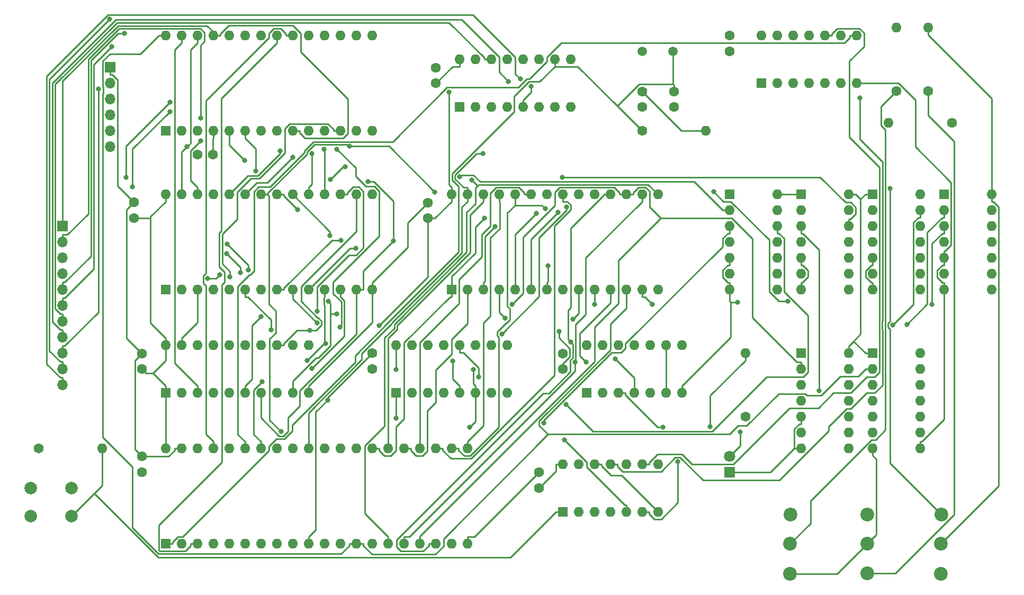
<source format=gbr>
%TF.GenerationSoftware,KiCad,Pcbnew,5.1.6-c6e7f7d~87~ubuntu16.04.1*%
%TF.CreationDate,2022-03-08T12:59:47-05:00*%
%TF.ProjectId,8085basic,38303835-6261-4736-9963-2e6b69636164,rev?*%
%TF.SameCoordinates,Original*%
%TF.FileFunction,Copper,L2,Bot*%
%TF.FilePolarity,Positive*%
%FSLAX46Y46*%
G04 Gerber Fmt 4.6, Leading zero omitted, Abs format (unit mm)*
G04 Created by KiCad (PCBNEW 5.1.6-c6e7f7d~87~ubuntu16.04.1) date 2022-03-08 12:59:47*
%MOMM*%
%LPD*%
G01*
G04 APERTURE LIST*
%TA.AperFunction,ComponentPad*%
%ADD10C,2.200000*%
%TD*%
%TA.AperFunction,ComponentPad*%
%ADD11O,1.600000X1.600000*%
%TD*%
%TA.AperFunction,ComponentPad*%
%ADD12C,1.600000*%
%TD*%
%TA.AperFunction,ComponentPad*%
%ADD13O,1.700000X1.700000*%
%TD*%
%TA.AperFunction,ComponentPad*%
%ADD14R,1.700000X1.700000*%
%TD*%
%TA.AperFunction,ComponentPad*%
%ADD15R,1.600000X1.600000*%
%TD*%
%TA.AperFunction,ComponentPad*%
%ADD16C,1.800000*%
%TD*%
%TA.AperFunction,ComponentPad*%
%ADD17R,1.800000X1.800000*%
%TD*%
%TA.AperFunction,ComponentPad*%
%ADD18C,1.500000*%
%TD*%
%TA.AperFunction,ComponentPad*%
%ADD19C,2.000000*%
%TD*%
%TA.AperFunction,ViaPad*%
%ADD20C,0.800000*%
%TD*%
%TA.AperFunction,Conductor*%
%ADD21C,0.250000*%
%TD*%
G04 APERTURE END LIST*
D10*
%TO.P,SW4,2*%
%TO.N,+5V*%
X151892000Y-85090000D03*
%TO.P,SW4,3*%
%TO.N,N/C*%
X151892000Y-89916000D03*
%TO.P,SW4,1*%
%TO.N,Net-(J1-Pad3)*%
X151990000Y-80390000D03*
%TD*%
%TO.P,SW3,3*%
%TO.N,Net-(R5-Pad1)*%
X127762000Y-85090000D03*
%TO.P,SW3,2*%
%TO.N,GND*%
X127762000Y-89916000D03*
%TO.P,SW3,1*%
%TO.N,Net-(R4-Pad1)*%
X127860000Y-80390000D03*
%TD*%
D11*
%TO.P,R6,2*%
%TO.N,+5V*%
X149860000Y-2540000D03*
D12*
%TO.P,R6,1*%
%TO.N,Net-(R6-Pad1)*%
X149860000Y-12700000D03*
%TD*%
D11*
%TO.P,R5,2*%
%TO.N,+5V*%
X144780000Y-2540000D03*
D12*
%TO.P,R5,1*%
%TO.N,Net-(R5-Pad1)*%
X144780000Y-12700000D03*
%TD*%
D11*
%TO.P,R4,2*%
%TO.N,+5V*%
X143510000Y-17780000D03*
D12*
%TO.P,R4,1*%
%TO.N,Net-(R4-Pad1)*%
X153670000Y-17780000D03*
%TD*%
D11*
%TO.P,R3,2*%
%TO.N,Net-(R3-Pad2)*%
X120650000Y-54610000D03*
D12*
%TO.P,R3,1*%
%TO.N,Net-(D1-Pad2)*%
X120650000Y-64770000D03*
%TD*%
D11*
%TO.P,R2,2*%
%TO.N,Net-(C11-Pad2)*%
X114300000Y-19050000D03*
D12*
%TO.P,R2,1*%
%TO.N,Net-(C12-Pad2)*%
X104140000Y-19050000D03*
%TD*%
D11*
%TO.P,R1,2*%
%TO.N,Net-(R1-Pad2)*%
X17780000Y-69850000D03*
D12*
%TO.P,R1,1*%
%TO.N,+5V*%
X7620000Y-69850000D03*
%TD*%
D13*
%TO.P,J2,11*%
%TO.N,Net-(J2-Pad11)*%
X11430000Y-59690000D03*
%TO.P,J2,10*%
%TO.N,Net-(J2-Pad10)*%
X11430000Y-57150000D03*
%TO.P,J2,9*%
%TO.N,Net-(J2-Pad9)*%
X11430000Y-54610000D03*
%TO.P,J2,8*%
%TO.N,Net-(J2-Pad8)*%
X11430000Y-52070000D03*
%TO.P,J2,7*%
%TO.N,Net-(J2-Pad7)*%
X11430000Y-49530000D03*
%TO.P,J2,6*%
%TO.N,Net-(J2-Pad6)*%
X11430000Y-46990000D03*
%TO.P,J2,5*%
%TO.N,Net-(J2-Pad5)*%
X11430000Y-44450000D03*
%TO.P,J2,4*%
%TO.N,Net-(J2-Pad4)*%
X11430000Y-41910000D03*
%TO.P,J2,3*%
%TO.N,Net-(J2-Pad3)*%
X11430000Y-39370000D03*
%TO.P,J2,2*%
%TO.N,Net-(J2-Pad2)*%
X11430000Y-36830000D03*
D14*
%TO.P,J2,1*%
%TO.N,Net-(J2-Pad1)*%
X11430000Y-34290000D03*
%TD*%
D11*
%TO.P,DIS1,14*%
%TO.N,+5V*%
X148590000Y-54610000D03*
%TO.P,DIS1,7*%
%TO.N,GND*%
X140970000Y-69850000D03*
%TO.P,DIS1,13*%
%TO.N,data2*%
X148590000Y-57150000D03*
%TO.P,DIS1,6*%
%TO.N,N/C*%
X140970000Y-67310000D03*
%TO.P,DIS1,12*%
%TO.N,data3*%
X148590000Y-59690000D03*
%TO.P,DIS1,5*%
%TO.N,GND*%
X140970000Y-64770000D03*
%TO.P,DIS1,11*%
%TO.N,N/C*%
X148590000Y-62230000D03*
%TO.P,DIS1,4*%
%TO.N,Net-(DIS1-Pad4)*%
X140970000Y-62230000D03*
%TO.P,DIS1,10*%
%TO.N,Net-(DIS1-Pad10)*%
X148590000Y-64770000D03*
%TO.P,DIS1,3*%
%TO.N,data0*%
X140970000Y-59690000D03*
%TO.P,DIS1,9*%
%TO.N,N/C*%
X148590000Y-67310000D03*
%TO.P,DIS1,2*%
%TO.N,data1*%
X140970000Y-57150000D03*
%TO.P,DIS1,8*%
%TO.N,GND*%
X148590000Y-69850000D03*
D15*
%TO.P,DIS1,1*%
%TO.N,+5V*%
X140970000Y-54610000D03*
%TD*%
D16*
%TO.P,D1,2*%
%TO.N,Net-(D1-Pad2)*%
X118110000Y-71120000D03*
D17*
%TO.P,D1,1*%
%TO.N,GND*%
X118110000Y-73660000D03*
%TD*%
D11*
%TO.P,DIS2,14*%
%TO.N,+5V*%
X137160000Y-54610000D03*
%TO.P,DIS2,7*%
%TO.N,GND*%
X129540000Y-69850000D03*
%TO.P,DIS2,13*%
%TO.N,data6*%
X137160000Y-57150000D03*
%TO.P,DIS2,6*%
%TO.N,N/C*%
X129540000Y-67310000D03*
%TO.P,DIS2,12*%
%TO.N,data7*%
X137160000Y-59690000D03*
%TO.P,DIS2,5*%
%TO.N,GND*%
X129540000Y-64770000D03*
%TO.P,DIS2,11*%
%TO.N,N/C*%
X137160000Y-62230000D03*
%TO.P,DIS2,4*%
%TO.N,Net-(DIS2-Pad4)*%
X129540000Y-62230000D03*
%TO.P,DIS2,10*%
%TO.N,Net-(DIS2-Pad10)*%
X137160000Y-64770000D03*
%TO.P,DIS2,3*%
%TO.N,data4*%
X129540000Y-59690000D03*
%TO.P,DIS2,9*%
%TO.N,N/C*%
X137160000Y-67310000D03*
%TO.P,DIS2,2*%
%TO.N,data5*%
X129540000Y-57150000D03*
%TO.P,DIS2,8*%
%TO.N,GND*%
X137160000Y-69850000D03*
D15*
%TO.P,DIS2,1*%
%TO.N,+5V*%
X129540000Y-54610000D03*
%TD*%
D11*
%TO.P,DIS4,14*%
%TO.N,+5V*%
X148590000Y-29210000D03*
%TO.P,DIS4,7*%
%TO.N,GND*%
X140970000Y-44450000D03*
%TO.P,DIS4,13*%
%TO.N,addr6*%
X148590000Y-31750000D03*
%TO.P,DIS4,6*%
%TO.N,N/C*%
X140970000Y-41910000D03*
%TO.P,DIS4,12*%
%TO.N,addr7*%
X148590000Y-34290000D03*
%TO.P,DIS4,5*%
%TO.N,GND*%
X140970000Y-39370000D03*
%TO.P,DIS4,11*%
%TO.N,N/C*%
X148590000Y-36830000D03*
%TO.P,DIS4,4*%
%TO.N,Net-(DIS4-Pad4)*%
X140970000Y-36830000D03*
%TO.P,DIS4,10*%
%TO.N,Net-(DIS4-Pad10)*%
X148590000Y-39370000D03*
%TO.P,DIS4,3*%
%TO.N,addr4*%
X140970000Y-34290000D03*
%TO.P,DIS4,9*%
%TO.N,N/C*%
X148590000Y-41910000D03*
%TO.P,DIS4,2*%
%TO.N,addr5*%
X140970000Y-31750000D03*
%TO.P,DIS4,8*%
%TO.N,GND*%
X148590000Y-44450000D03*
D15*
%TO.P,DIS4,1*%
%TO.N,+5V*%
X140970000Y-29210000D03*
%TD*%
D11*
%TO.P,DIS3,14*%
%TO.N,+5V*%
X160020000Y-29210000D03*
%TO.P,DIS3,7*%
%TO.N,GND*%
X152400000Y-44450000D03*
%TO.P,DIS3,13*%
%TO.N,addr2*%
X160020000Y-31750000D03*
%TO.P,DIS3,6*%
%TO.N,N/C*%
X152400000Y-41910000D03*
%TO.P,DIS3,12*%
%TO.N,addr3*%
X160020000Y-34290000D03*
%TO.P,DIS3,5*%
%TO.N,GND*%
X152400000Y-39370000D03*
%TO.P,DIS3,11*%
%TO.N,N/C*%
X160020000Y-36830000D03*
%TO.P,DIS3,4*%
%TO.N,Net-(DIS3-Pad4)*%
X152400000Y-36830000D03*
%TO.P,DIS3,10*%
%TO.N,Net-(DIS3-Pad10)*%
X160020000Y-39370000D03*
%TO.P,DIS3,3*%
%TO.N,addr0*%
X152400000Y-34290000D03*
%TO.P,DIS3,9*%
%TO.N,N/C*%
X160020000Y-41910000D03*
%TO.P,DIS3,2*%
%TO.N,addr1*%
X152400000Y-31750000D03*
%TO.P,DIS3,8*%
%TO.N,GND*%
X160020000Y-44450000D03*
D15*
%TO.P,DIS3,1*%
%TO.N,+5V*%
X152400000Y-29210000D03*
%TD*%
D10*
%TO.P,SW2,3*%
%TO.N,N/C*%
X140110000Y-80390000D03*
%TO.P,SW2,2*%
%TO.N,GND*%
X140110000Y-85090000D03*
%TO.P,SW2,1*%
%TO.N,Net-(R6-Pad1)*%
X140110000Y-89790000D03*
%TD*%
D11*
%TO.P,U10,14*%
%TO.N,+5V*%
X123190000Y-3810000D03*
%TO.P,U10,7*%
%TO.N,GND*%
X138430000Y-11430000D03*
%TO.P,U10,13*%
%TO.N,N/C*%
X125730000Y-3810000D03*
%TO.P,U10,6*%
%TO.N,Net-(U10-Pad2)*%
X135890000Y-11430000D03*
%TO.P,U10,12*%
%TO.N,N/C*%
X128270000Y-3810000D03*
%TO.P,U10,5*%
%TO.N,Net-(R5-Pad1)*%
X133350000Y-11430000D03*
%TO.P,U10,11*%
%TO.N,N/C*%
X130810000Y-3810000D03*
%TO.P,U10,4*%
%TO.N,Net-(U10-Pad3)*%
X130810000Y-11430000D03*
%TO.P,U10,10*%
%TO.N,Net-(U10-Pad10)*%
X133350000Y-3810000D03*
%TO.P,U10,3*%
%TO.N,Net-(U10-Pad3)*%
X128270000Y-11430000D03*
%TO.P,U10,9*%
%TO.N,Net-(R6-Pad1)*%
X135890000Y-3810000D03*
%TO.P,U10,2*%
%TO.N,Net-(U10-Pad2)*%
X125730000Y-11430000D03*
%TO.P,U10,8*%
%TO.N,READY*%
X138430000Y-3810000D03*
D15*
%TO.P,U10,1*%
%TO.N,Net-(R4-Pad1)*%
X123190000Y-11430000D03*
%TD*%
D11*
%TO.P,DIS5,14*%
%TO.N,+5V*%
X137160000Y-29210000D03*
%TO.P,DIS5,7*%
%TO.N,GND*%
X129540000Y-44450000D03*
%TO.P,DIS5,13*%
%TO.N,addr10*%
X137160000Y-31750000D03*
%TO.P,DIS5,6*%
%TO.N,N/C*%
X129540000Y-41910000D03*
%TO.P,DIS5,12*%
%TO.N,addr11*%
X137160000Y-34290000D03*
%TO.P,DIS5,5*%
%TO.N,GND*%
X129540000Y-39370000D03*
%TO.P,DIS5,11*%
%TO.N,N/C*%
X137160000Y-36830000D03*
%TO.P,DIS5,4*%
%TO.N,Net-(DIS5-Pad4)*%
X129540000Y-36830000D03*
%TO.P,DIS5,10*%
%TO.N,Net-(DIS5-Pad10)*%
X137160000Y-39370000D03*
%TO.P,DIS5,3*%
%TO.N,addr8*%
X129540000Y-34290000D03*
%TO.P,DIS5,9*%
%TO.N,N/C*%
X137160000Y-41910000D03*
%TO.P,DIS5,2*%
%TO.N,addr9*%
X129540000Y-31750000D03*
%TO.P,DIS5,8*%
%TO.N,GND*%
X137160000Y-44450000D03*
D15*
%TO.P,DIS5,1*%
%TO.N,+5V*%
X129540000Y-29210000D03*
%TD*%
D12*
%TO.P,C10,2*%
%TO.N,+5V*%
X118110000Y-6310000D03*
%TO.P,C10,1*%
%TO.N,GND*%
X118110000Y-3810000D03*
%TD*%
D11*
%TO.P,DIS6,14*%
%TO.N,+5V*%
X125730000Y-29210000D03*
%TO.P,DIS6,7*%
%TO.N,GND*%
X118110000Y-44450000D03*
%TO.P,DIS6,13*%
%TO.N,addr14*%
X125730000Y-31750000D03*
%TO.P,DIS6,6*%
%TO.N,N/C*%
X118110000Y-41910000D03*
%TO.P,DIS6,12*%
%TO.N,addr15*%
X125730000Y-34290000D03*
%TO.P,DIS6,5*%
%TO.N,GND*%
X118110000Y-39370000D03*
%TO.P,DIS6,11*%
%TO.N,N/C*%
X125730000Y-36830000D03*
%TO.P,DIS6,4*%
%TO.N,Net-(DIS6-Pad4)*%
X118110000Y-36830000D03*
%TO.P,DIS6,10*%
%TO.N,Net-(DIS6-Pad10)*%
X125730000Y-39370000D03*
%TO.P,DIS6,3*%
%TO.N,addr12*%
X118110000Y-34290000D03*
%TO.P,DIS6,9*%
%TO.N,N/C*%
X125730000Y-41910000D03*
%TO.P,DIS6,2*%
%TO.N,addr13*%
X118110000Y-31750000D03*
%TO.P,DIS6,8*%
%TO.N,GND*%
X125730000Y-44450000D03*
D15*
%TO.P,DIS6,1*%
%TO.N,+5V*%
X118110000Y-29210000D03*
%TD*%
D18*
%TO.P,Y1,2*%
%TO.N,Net-(C12-Pad2)*%
X109020000Y-6350000D03*
%TO.P,Y1,1*%
%TO.N,Net-(C11-Pad2)*%
X104140000Y-6350000D03*
%TD*%
D11*
%TO.P,U9,16*%
%TO.N,+5V*%
X74930000Y-7620000D03*
%TO.P,U9,8*%
%TO.N,GND*%
X92710000Y-15240000D03*
%TO.P,U9,15*%
%TO.N,Net-(J2-Pad5)*%
X77470000Y-7620000D03*
%TO.P,U9,7*%
%TO.N,Net-(J2-Pad11)*%
X90170000Y-15240000D03*
%TO.P,U9,14*%
%TO.N,Net-(J2-Pad7)*%
X80010000Y-7620000D03*
%TO.P,U9,6*%
%TO.N,Net-(J2-Pad8)*%
X87630000Y-15240000D03*
%TO.P,U9,13*%
%TO.N,Net-(J2-Pad6)*%
X82550000Y-7620000D03*
%TO.P,U9,5*%
%TO.N,Net-(J2-Pad10)*%
X85090000Y-15240000D03*
%TO.P,U9,12*%
%TO.N,GND*%
X85090000Y-7620000D03*
%TO.P,U9,4*%
%TO.N,Net-(J2-Pad9)*%
X82550000Y-15240000D03*
%TO.P,U9,11*%
%TO.N,Net-(C11-Pad2)*%
X87630000Y-7620000D03*
%TO.P,U9,3*%
%TO.N,Net-(J2-Pad2)*%
X80010000Y-15240000D03*
%TO.P,U9,10*%
%TO.N,Net-(C12-Pad2)*%
X90170000Y-7620000D03*
%TO.P,U9,2*%
%TO.N,Net-(J2-Pad3)*%
X77470000Y-15240000D03*
%TO.P,U9,9*%
%TO.N,Net-(U9-Pad9)*%
X92710000Y-7620000D03*
D15*
%TO.P,U9,1*%
%TO.N,Net-(J2-Pad4)*%
X74930000Y-15240000D03*
%TD*%
D11*
%TO.P,U8,28*%
%TO.N,data1*%
X27940000Y-3810000D03*
%TO.P,U8,14*%
%TO.N,Net-(U8-Pad14)*%
X60960000Y-19050000D03*
%TO.P,U8,27*%
%TO.N,data0*%
X30480000Y-3810000D03*
%TO.P,U8,13*%
%TO.N,Net-(U1-Pad32)*%
X58420000Y-19050000D03*
%TO.P,U8,26*%
%TO.N,+5V*%
X33020000Y-3810000D03*
%TO.P,U8,12*%
%TO.N,addr0*%
X55880000Y-19050000D03*
%TO.P,U8,25*%
%TO.N,Net-(J2-Pad1)*%
X35560000Y-3810000D03*
%TO.P,U8,11*%
%TO.N,Net-(U7-Pad10)*%
X53340000Y-19050000D03*
%TO.P,U8,24*%
%TO.N,Net-(U8-Pad24)*%
X38100000Y-3810000D03*
%TO.P,U8,10*%
%TO.N,Net-(U1-Pad31)*%
X50800000Y-19050000D03*
%TO.P,U8,23*%
%TO.N,Net-(U8-Pad23)*%
X40640000Y-3810000D03*
%TO.P,U8,9*%
%TO.N,Net-(J2-Pad1)*%
X48260000Y-19050000D03*
%TO.P,U8,22*%
%TO.N,Net-(U8-Pad22)*%
X43180000Y-3810000D03*
%TO.P,U8,8*%
%TO.N,data7*%
X45720000Y-19050000D03*
%TO.P,U8,21*%
%TO.N,Net-(U1-Pad3)*%
X45720000Y-3810000D03*
%TO.P,U8,7*%
%TO.N,data6*%
X43180000Y-19050000D03*
%TO.P,U8,20*%
%TO.N,Net-(U1-Pad37)*%
X48260000Y-3810000D03*
%TO.P,U8,6*%
%TO.N,data5*%
X40640000Y-19050000D03*
%TO.P,U8,19*%
%TO.N,Net-(J1-Pad5)*%
X50800000Y-3810000D03*
%TO.P,U8,5*%
%TO.N,data4*%
X38100000Y-19050000D03*
%TO.P,U8,18*%
%TO.N,Net-(U8-Pad18)*%
X53340000Y-3810000D03*
%TO.P,U8,4*%
%TO.N,GND*%
X35560000Y-19050000D03*
%TO.P,U8,17*%
X55880000Y-3810000D03*
%TO.P,U8,3*%
%TO.N,Net-(J1-Pad4)*%
X33020000Y-19050000D03*
%TO.P,U8,16*%
%TO.N,Net-(U8-Pad16)*%
X58420000Y-3810000D03*
%TO.P,U8,2*%
%TO.N,data3*%
X30480000Y-19050000D03*
%TO.P,U8,15*%
%TO.N,Net-(U8-Pad15)*%
X60960000Y-3810000D03*
D15*
%TO.P,U8,1*%
%TO.N,data2*%
X27940000Y-19050000D03*
%TD*%
D11*
%TO.P,U7,16*%
%TO.N,+5V*%
X64770000Y-53340000D03*
%TO.P,U7,8*%
%TO.N,GND*%
X82550000Y-60960000D03*
%TO.P,U7,15*%
%TO.N,Net-(U3-Pad4)*%
X67310000Y-53340000D03*
%TO.P,U7,7*%
%TO.N,Net-(U7-Pad7)*%
X80010000Y-60960000D03*
%TO.P,U7,14*%
%TO.N,Net-(U5-Pad20)*%
X69850000Y-53340000D03*
%TO.P,U7,6*%
%TO.N,+5V*%
X77470000Y-60960000D03*
%TO.P,U7,13*%
%TO.N,Net-(U7-Pad13)*%
X72390000Y-53340000D03*
%TO.P,U7,5*%
%TO.N,GND*%
X74930000Y-60960000D03*
%TO.P,U7,12*%
%TO.N,Net-(U3-Pad5)*%
X74930000Y-53340000D03*
%TO.P,U7,4*%
%TO.N,GND*%
X72390000Y-60960000D03*
%TO.P,U7,11*%
%TO.N,Net-(U7-Pad11)*%
X77470000Y-53340000D03*
%TO.P,U7,3*%
%TO.N,Net-(U1-Pad34)*%
X69850000Y-60960000D03*
%TO.P,U7,10*%
%TO.N,Net-(U7-Pad10)*%
X80010000Y-53340000D03*
%TO.P,U7,2*%
%TO.N,addr15*%
X67310000Y-60960000D03*
%TO.P,U7,9*%
%TO.N,Net-(U7-Pad9)*%
X82550000Y-53340000D03*
D15*
%TO.P,U7,1*%
%TO.N,Net-(U6-Pad5)*%
X64770000Y-60960000D03*
%TD*%
D11*
%TO.P,U6,14*%
%TO.N,+5V*%
X91440000Y-72390000D03*
%TO.P,U6,7*%
%TO.N,GND*%
X106680000Y-80010000D03*
%TO.P,U6,13*%
%TO.N,+5V*%
X93980000Y-72390000D03*
%TO.P,U6,6*%
%TO.N,Net-(R3-Pad2)*%
X104140000Y-80010000D03*
%TO.P,U6,12*%
%TO.N,GND*%
X96520000Y-72390000D03*
%TO.P,U6,5*%
%TO.N,Net-(U6-Pad5)*%
X101600000Y-80010000D03*
%TO.P,U6,11*%
%TO.N,Net-(U10-Pad3)*%
X99060000Y-72390000D03*
%TO.P,U6,4*%
%TO.N,Net-(U1-Pad31)*%
X99060000Y-80010000D03*
%TO.P,U6,10*%
%TO.N,~ALE*%
X101600000Y-72390000D03*
%TO.P,U6,3*%
%TO.N,Net-(U6-Pad3)*%
X96520000Y-80010000D03*
%TO.P,U6,9*%
%TO.N,Net-(U10-Pad10)*%
X104140000Y-72390000D03*
%TO.P,U6,2*%
%TO.N,Net-(U6-Pad2)*%
X93980000Y-80010000D03*
%TO.P,U6,8*%
%TO.N,Net-(U6-Pad8)*%
X106680000Y-72390000D03*
D15*
%TO.P,U6,1*%
%TO.N,Net-(R1-Pad2)*%
X91440000Y-80010000D03*
%TD*%
D11*
%TO.P,U5,28*%
%TO.N,+5V*%
X73660000Y-29210000D03*
%TO.P,U5,14*%
%TO.N,GND*%
X106680000Y-44450000D03*
%TO.P,U5,27*%
%TO.N,Net-(U1-Pad31)*%
X76200000Y-29210000D03*
%TO.P,U5,13*%
%TO.N,data2*%
X104140000Y-44450000D03*
%TO.P,U5,26*%
%TO.N,addr13*%
X78740000Y-29210000D03*
%TO.P,U5,12*%
%TO.N,data1*%
X101600000Y-44450000D03*
%TO.P,U5,25*%
%TO.N,addr8*%
X81280000Y-29210000D03*
%TO.P,U5,11*%
%TO.N,data0*%
X99060000Y-44450000D03*
%TO.P,U5,24*%
%TO.N,addr9*%
X83820000Y-29210000D03*
%TO.P,U5,10*%
%TO.N,addr0*%
X96520000Y-44450000D03*
%TO.P,U5,23*%
%TO.N,addr11*%
X86360000Y-29210000D03*
%TO.P,U5,9*%
%TO.N,addr1*%
X93980000Y-44450000D03*
%TO.P,U5,22*%
%TO.N,Net-(U1-Pad32)*%
X88900000Y-29210000D03*
%TO.P,U5,8*%
%TO.N,addr2*%
X91440000Y-44450000D03*
%TO.P,U5,21*%
%TO.N,addr10*%
X91440000Y-29210000D03*
%TO.P,U5,7*%
%TO.N,addr3*%
X88900000Y-44450000D03*
%TO.P,U5,20*%
%TO.N,Net-(U5-Pad20)*%
X93980000Y-29210000D03*
%TO.P,U5,6*%
%TO.N,addr4*%
X86360000Y-44450000D03*
%TO.P,U5,19*%
%TO.N,data7*%
X96520000Y-29210000D03*
%TO.P,U5,5*%
%TO.N,addr5*%
X83820000Y-44450000D03*
%TO.P,U5,18*%
%TO.N,data6*%
X99060000Y-29210000D03*
%TO.P,U5,4*%
%TO.N,addr6*%
X81280000Y-44450000D03*
%TO.P,U5,17*%
%TO.N,data5*%
X101600000Y-29210000D03*
%TO.P,U5,3*%
%TO.N,addr7*%
X78740000Y-44450000D03*
%TO.P,U5,16*%
%TO.N,data4*%
X104140000Y-29210000D03*
%TO.P,U5,2*%
%TO.N,addr12*%
X76200000Y-44450000D03*
%TO.P,U5,15*%
%TO.N,data3*%
X106680000Y-29210000D03*
D15*
%TO.P,U5,1*%
%TO.N,addr14*%
X73660000Y-44450000D03*
%TD*%
D11*
%TO.P,U4,28*%
%TO.N,+5V*%
X27940000Y-29210000D03*
%TO.P,U4,14*%
%TO.N,GND*%
X60960000Y-44450000D03*
%TO.P,U4,27*%
%TO.N,+5V*%
X30480000Y-29210000D03*
%TO.P,U4,13*%
%TO.N,data2*%
X58420000Y-44450000D03*
%TO.P,U4,26*%
%TO.N,addr13*%
X33020000Y-29210000D03*
%TO.P,U4,12*%
%TO.N,data1*%
X55880000Y-44450000D03*
%TO.P,U4,25*%
%TO.N,addr8*%
X35560000Y-29210000D03*
%TO.P,U4,11*%
%TO.N,data0*%
X53340000Y-44450000D03*
%TO.P,U4,24*%
%TO.N,addr9*%
X38100000Y-29210000D03*
%TO.P,U4,10*%
%TO.N,addr0*%
X50800000Y-44450000D03*
%TO.P,U4,23*%
%TO.N,addr11*%
X40640000Y-29210000D03*
%TO.P,U4,9*%
%TO.N,addr1*%
X48260000Y-44450000D03*
%TO.P,U4,22*%
%TO.N,Net-(U1-Pad32)*%
X43180000Y-29210000D03*
%TO.P,U4,8*%
%TO.N,addr2*%
X45720000Y-44450000D03*
%TO.P,U4,21*%
%TO.N,addr10*%
X45720000Y-29210000D03*
%TO.P,U4,7*%
%TO.N,addr3*%
X43180000Y-44450000D03*
%TO.P,U4,20*%
%TO.N,Net-(U3-Pad8)*%
X48260000Y-29210000D03*
%TO.P,U4,6*%
%TO.N,addr4*%
X40640000Y-44450000D03*
%TO.P,U4,19*%
%TO.N,data7*%
X50800000Y-29210000D03*
%TO.P,U4,5*%
%TO.N,addr5*%
X38100000Y-44450000D03*
%TO.P,U4,18*%
%TO.N,data6*%
X53340000Y-29210000D03*
%TO.P,U4,4*%
%TO.N,addr6*%
X35560000Y-44450000D03*
%TO.P,U4,17*%
%TO.N,data5*%
X55880000Y-29210000D03*
%TO.P,U4,3*%
%TO.N,addr7*%
X33020000Y-44450000D03*
%TO.P,U4,16*%
%TO.N,data4*%
X58420000Y-29210000D03*
%TO.P,U4,2*%
%TO.N,addr12*%
X30480000Y-44450000D03*
%TO.P,U4,15*%
%TO.N,data3*%
X60960000Y-29210000D03*
D15*
%TO.P,U4,1*%
%TO.N,addr14*%
X27940000Y-44450000D03*
%TD*%
D11*
%TO.P,U3,14*%
%TO.N,+5V*%
X95250000Y-53340000D03*
%TO.P,U3,7*%
%TO.N,GND*%
X110490000Y-60960000D03*
%TO.P,U3,13*%
%TO.N,N/C*%
X97790000Y-53340000D03*
%TO.P,U3,6*%
%TO.N,Net-(U3-Pad10)*%
X107950000Y-60960000D03*
%TO.P,U3,12*%
%TO.N,N/C*%
X100330000Y-53340000D03*
%TO.P,U3,5*%
%TO.N,Net-(U3-Pad5)*%
X105410000Y-60960000D03*
%TO.P,U3,11*%
%TO.N,N/C*%
X102870000Y-53340000D03*
%TO.P,U3,4*%
%TO.N,Net-(U3-Pad4)*%
X102870000Y-60960000D03*
%TO.P,U3,10*%
%TO.N,Net-(U3-Pad10)*%
X105410000Y-53340000D03*
%TO.P,U3,3*%
%TO.N,~ALE*%
X100330000Y-60960000D03*
%TO.P,U3,9*%
%TO.N,Net-(U3-Pad10)*%
X107950000Y-53340000D03*
%TO.P,U3,2*%
%TO.N,Net-(U1-Pad30)*%
X97790000Y-60960000D03*
%TO.P,U3,8*%
%TO.N,Net-(U3-Pad8)*%
X110490000Y-53340000D03*
D15*
%TO.P,U3,1*%
%TO.N,Net-(U1-Pad30)*%
X95250000Y-60960000D03*
%TD*%
D11*
%TO.P,U2,20*%
%TO.N,+5V*%
X27940000Y-53340000D03*
%TO.P,U2,10*%
%TO.N,GND*%
X50800000Y-60960000D03*
%TO.P,U2,19*%
%TO.N,addr7*%
X30480000Y-53340000D03*
%TO.P,U2,9*%
%TO.N,addr3*%
X48260000Y-60960000D03*
%TO.P,U2,18*%
%TO.N,data7*%
X33020000Y-53340000D03*
%TO.P,U2,8*%
%TO.N,data3*%
X45720000Y-60960000D03*
%TO.P,U2,17*%
%TO.N,data6*%
X35560000Y-53340000D03*
%TO.P,U2,7*%
%TO.N,data2*%
X43180000Y-60960000D03*
%TO.P,U2,16*%
%TO.N,addr6*%
X38100000Y-53340000D03*
%TO.P,U2,6*%
%TO.N,addr2*%
X40640000Y-60960000D03*
%TO.P,U2,15*%
%TO.N,addr5*%
X40640000Y-53340000D03*
%TO.P,U2,5*%
%TO.N,addr1*%
X38100000Y-60960000D03*
%TO.P,U2,14*%
%TO.N,data5*%
X43180000Y-53340000D03*
%TO.P,U2,4*%
%TO.N,data1*%
X35560000Y-60960000D03*
%TO.P,U2,13*%
%TO.N,data4*%
X45720000Y-53340000D03*
%TO.P,U2,3*%
%TO.N,data0*%
X33020000Y-60960000D03*
%TO.P,U2,12*%
%TO.N,addr4*%
X48260000Y-53340000D03*
%TO.P,U2,2*%
%TO.N,addr0*%
X30480000Y-60960000D03*
%TO.P,U2,11*%
%TO.N,~ALE*%
X50800000Y-53340000D03*
D15*
%TO.P,U2,1*%
%TO.N,+5V*%
X27940000Y-60960000D03*
%TD*%
D11*
%TO.P,U1,40*%
%TO.N,+5V*%
X27940000Y-69850000D03*
%TO.P,U1,20*%
%TO.N,GND*%
X76200000Y-85090000D03*
%TO.P,U1,39*%
X30480000Y-69850000D03*
%TO.P,U1,19*%
%TO.N,data7*%
X73660000Y-85090000D03*
%TO.P,U1,38*%
%TO.N,Net-(U1-Pad38)*%
X33020000Y-69850000D03*
%TO.P,U1,18*%
%TO.N,data6*%
X71120000Y-85090000D03*
%TO.P,U1,37*%
%TO.N,Net-(U1-Pad37)*%
X35560000Y-69850000D03*
%TO.P,U1,17*%
%TO.N,data5*%
X68580000Y-85090000D03*
%TO.P,U1,36*%
%TO.N,Net-(R1-Pad2)*%
X38100000Y-69850000D03*
%TO.P,U1,16*%
%TO.N,data4*%
X66040000Y-85090000D03*
%TO.P,U1,35*%
%TO.N,READY*%
X40640000Y-69850000D03*
%TO.P,U1,15*%
%TO.N,data3*%
X63500000Y-85090000D03*
%TO.P,U1,34*%
%TO.N,Net-(U1-Pad34)*%
X43180000Y-69850000D03*
%TO.P,U1,14*%
%TO.N,data2*%
X60960000Y-85090000D03*
%TO.P,U1,33*%
%TO.N,Net-(U1-Pad33)*%
X45720000Y-69850000D03*
%TO.P,U1,13*%
%TO.N,data1*%
X58420000Y-85090000D03*
%TO.P,U1,32*%
%TO.N,Net-(U1-Pad32)*%
X48260000Y-69850000D03*
%TO.P,U1,12*%
%TO.N,data0*%
X55880000Y-85090000D03*
%TO.P,U1,31*%
%TO.N,Net-(U1-Pad31)*%
X50800000Y-69850000D03*
%TO.P,U1,11*%
%TO.N,Net-(U1-Pad11)*%
X53340000Y-85090000D03*
%TO.P,U1,30*%
%TO.N,Net-(U1-Pad30)*%
X53340000Y-69850000D03*
%TO.P,U1,10*%
%TO.N,GND*%
X50800000Y-85090000D03*
%TO.P,U1,29*%
%TO.N,Net-(U1-Pad29)*%
X55880000Y-69850000D03*
%TO.P,U1,9*%
%TO.N,GND*%
X48260000Y-85090000D03*
%TO.P,U1,28*%
%TO.N,addr15*%
X58420000Y-69850000D03*
%TO.P,U1,8*%
%TO.N,GND*%
X45720000Y-85090000D03*
%TO.P,U1,27*%
%TO.N,addr14*%
X60960000Y-69850000D03*
%TO.P,U1,7*%
%TO.N,GND*%
X43180000Y-85090000D03*
%TO.P,U1,26*%
%TO.N,addr13*%
X63500000Y-69850000D03*
%TO.P,U1,6*%
%TO.N,GND*%
X40640000Y-85090000D03*
%TO.P,U1,25*%
%TO.N,addr12*%
X66040000Y-69850000D03*
%TO.P,U1,5*%
%TO.N,Net-(U1-Pad5)*%
X38100000Y-85090000D03*
%TO.P,U1,24*%
%TO.N,addr11*%
X68580000Y-69850000D03*
%TO.P,U1,4*%
%TO.N,Net-(U1-Pad4)*%
X35560000Y-85090000D03*
%TO.P,U1,23*%
%TO.N,addr10*%
X71120000Y-69850000D03*
%TO.P,U1,3*%
%TO.N,Net-(U1-Pad3)*%
X33020000Y-85090000D03*
%TO.P,U1,22*%
%TO.N,addr9*%
X73660000Y-69850000D03*
%TO.P,U1,2*%
%TO.N,Net-(U1-Pad2)*%
X30480000Y-85090000D03*
%TO.P,U1,21*%
%TO.N,addr8*%
X76200000Y-69850000D03*
D15*
%TO.P,U1,1*%
%TO.N,Net-(C12-Pad2)*%
X27940000Y-85090000D03*
%TD*%
D19*
%TO.P,SW1,1*%
%TO.N,GND*%
X12850000Y-76200000D03*
%TO.P,SW1,2*%
%TO.N,Net-(R1-Pad2)*%
X12850000Y-80700000D03*
%TO.P,SW1,1*%
%TO.N,GND*%
X6350000Y-76200000D03*
%TO.P,SW1,2*%
%TO.N,Net-(R1-Pad2)*%
X6350000Y-80700000D03*
%TD*%
D13*
%TO.P,J1,6*%
%TO.N,Net-(J1-Pad6)*%
X19050000Y-21590000D03*
%TO.P,J1,5*%
%TO.N,Net-(J1-Pad5)*%
X19050000Y-19050000D03*
%TO.P,J1,4*%
%TO.N,Net-(J1-Pad4)*%
X19050000Y-16510000D03*
%TO.P,J1,3*%
%TO.N,Net-(J1-Pad3)*%
X19050000Y-13970000D03*
%TO.P,J1,2*%
%TO.N,Net-(J1-Pad2)*%
X19050000Y-11430000D03*
D14*
%TO.P,J1,1*%
%TO.N,GND*%
X19050000Y-8890000D03*
%TD*%
D12*
%TO.P,C12,2*%
%TO.N,Net-(C12-Pad2)*%
X109220000Y-12740000D03*
%TO.P,C12,1*%
%TO.N,GND*%
X109220000Y-15240000D03*
%TD*%
%TO.P,C11,2*%
%TO.N,Net-(C11-Pad2)*%
X104140000Y-12740000D03*
%TO.P,C11,1*%
%TO.N,GND*%
X104140000Y-15240000D03*
%TD*%
%TO.P,C9,2*%
%TO.N,+5V*%
X71120000Y-11430000D03*
%TO.P,C9,1*%
%TO.N,GND*%
X71120000Y-8930000D03*
%TD*%
%TO.P,C8,2*%
%TO.N,GND*%
X35520000Y-22860000D03*
%TO.P,C8,1*%
%TO.N,+5V*%
X33020000Y-22860000D03*
%TD*%
%TO.P,C7,2*%
%TO.N,+5V*%
X60960000Y-57110000D03*
%TO.P,C7,1*%
%TO.N,GND*%
X60960000Y-54610000D03*
%TD*%
%TO.P,C6,2*%
%TO.N,+5V*%
X87630000Y-76160000D03*
%TO.P,C6,1*%
%TO.N,GND*%
X87630000Y-73660000D03*
%TD*%
%TO.P,C5,2*%
%TO.N,+5V*%
X69850000Y-33020000D03*
%TO.P,C5,1*%
%TO.N,GND*%
X69850000Y-30520000D03*
%TD*%
%TO.P,C4,2*%
%TO.N,+5V*%
X22860000Y-32980000D03*
%TO.P,C4,1*%
%TO.N,GND*%
X22860000Y-30480000D03*
%TD*%
%TO.P,C3,2*%
%TO.N,+5V*%
X91440000Y-57150000D03*
%TO.P,C3,1*%
%TO.N,GND*%
X91440000Y-54650000D03*
%TD*%
%TO.P,C2,2*%
%TO.N,+5V*%
X24130000Y-57150000D03*
%TO.P,C2,1*%
%TO.N,GND*%
X24130000Y-54650000D03*
%TD*%
%TO.P,C1,2*%
%TO.N,+5V*%
X24130000Y-73620000D03*
%TO.P,C1,1*%
%TO.N,GND*%
X24130000Y-71120000D03*
%TD*%
D20*
%TO.N,+5V*%
X73242700Y-12818900D03*
X76546900Y-66470700D03*
X62056300Y-50157200D03*
X77167500Y-57202700D03*
X90836800Y-51157600D03*
X31373200Y-21562900D03*
X64770000Y-57202700D03*
%TO.N,GND*%
X73812900Y-55828400D03*
X53842100Y-62114200D03*
X119431800Y-46448100D03*
%TO.N,Net-(D1-Pad2)*%
X119805700Y-67232200D03*
%TO.N,Net-(R3-Pad2)*%
X115002400Y-66394200D03*
X109843300Y-71977800D03*
%TO.N,data7*%
X51300800Y-22707000D03*
%TO.N,data6*%
X53298600Y-21981400D03*
X92726400Y-52818400D03*
%TO.N,data5*%
X42365100Y-25461400D03*
X83319100Y-46813600D03*
X52204600Y-47875000D03*
%TO.N,data4*%
X50958900Y-50983300D03*
X40579500Y-23801200D03*
X93408100Y-56027300D03*
%TO.N,data3*%
X127393800Y-46326100D03*
X115592200Y-28788100D03*
X76870800Y-26874000D03*
%TO.N,Net-(U1-Pad34)*%
X43384800Y-59141000D03*
%TO.N,data2*%
X64340800Y-36643800D03*
X60304300Y-27169100D03*
X105785400Y-46809700D03*
%TO.N,data1*%
X51327900Y-57068200D03*
%TO.N,Net-(U1-Pad32)*%
X70972000Y-28845500D03*
X46397600Y-67130200D03*
X57321100Y-21524200D03*
%TO.N,data0*%
X50516400Y-55768700D03*
X53527100Y-53047000D03*
X95153000Y-56060600D03*
%TO.N,Net-(U1-Pad31)*%
X78646000Y-22678100D03*
%TO.N,Net-(U3-Pad5)*%
X77978800Y-58372500D03*
%TO.N,Net-(U3-Pad4)*%
X99859700Y-55528800D03*
%TO.N,Net-(U3-Pad8)*%
X54231400Y-35784200D03*
%TO.N,Net-(U5-Pad20)*%
X81673300Y-51502200D03*
X92013600Y-31219400D03*
%TO.N,Net-(U6-Pad5)*%
X91679300Y-68491200D03*
X64823500Y-64978300D03*
%TO.N,Net-(U7-Pad10)*%
X55766700Y-50417700D03*
X55319600Y-21956500D03*
%TO.N,addr2*%
X55988900Y-36516000D03*
X43189200Y-48778500D03*
%TO.N,addr3*%
X55324900Y-48327500D03*
X53952900Y-46321200D03*
X89041000Y-40621900D03*
%TO.N,addr0*%
X58375500Y-37851800D03*
X150457800Y-46790400D03*
X96523000Y-46804700D03*
X38229400Y-42373700D03*
%TO.N,addr1*%
X146447600Y-49985600D03*
X52130100Y-49796600D03*
X93050000Y-49193200D03*
%TO.N,addr6*%
X144163100Y-50138800D03*
X82193700Y-49013600D03*
%TO.N,addr7*%
X36565600Y-42084500D03*
X34664600Y-42615200D03*
X80605500Y-34363200D03*
%TO.N,addr4*%
X90689700Y-32061900D03*
X44764700Y-50833300D03*
%TO.N,addr5*%
X87219600Y-32248400D03*
%TO.N,addr10*%
X49042700Y-31658100D03*
%TO.N,addr11*%
X48273400Y-23286500D03*
X91330800Y-26455800D03*
%TO.N,addr8*%
X132459200Y-60607900D03*
X54289500Y-26859600D03*
X56695700Y-24817800D03*
%TO.N,addr9*%
X88629600Y-31504600D03*
X46232800Y-22277300D03*
%TO.N,addr14*%
X37749400Y-37116900D03*
X41193700Y-41329400D03*
X78893500Y-33011300D03*
%TO.N,addr15*%
X91980200Y-62794000D03*
%TO.N,addr12*%
X88395100Y-65740000D03*
X37706900Y-38684000D03*
X39927200Y-41714700D03*
%TO.N,addr13*%
X74919300Y-26401400D03*
X33557300Y-20625600D03*
%TO.N,~ALE*%
X107477700Y-66402300D03*
%TO.N,Net-(U10-Pad3)*%
X138951500Y-13801500D03*
%TO.N,Net-(J2-Pad5)*%
X21381800Y-3438900D03*
%TO.N,Net-(J2-Pad11)*%
X84636800Y-10751000D03*
%TO.N,Net-(J2-Pad8)*%
X82756100Y-11141100D03*
%TO.N,Net-(J2-Pad6)*%
X19307100Y-5572300D03*
%TO.N,Net-(J2-Pad10)*%
X19011900Y-1190500D03*
X86347500Y-11952200D03*
%TO.N,Net-(J2-Pad9)*%
X17174600Y-12300300D03*
%TO.N,Net-(J2-Pad2)*%
X33509800Y-16990000D03*
%TO.N,Net-(J2-Pad3)*%
X21601800Y-26512900D03*
X28602300Y-14449700D03*
%TO.N,Net-(J2-Pad4)*%
X22658300Y-27970600D03*
X28600500Y-15987900D03*
%TO.N,Net-(J1-Pad3)*%
X143797600Y-28226800D03*
%TD*%
D21*
%TO.N,+5V*%
X91440000Y-57150000D02*
X91440000Y-56302000D01*
X91440000Y-56302000D02*
X92578100Y-55163900D01*
X92578100Y-55163900D02*
X92578100Y-53895600D01*
X92578100Y-53895600D02*
X90836800Y-52154300D01*
X90836800Y-52154300D02*
X90836800Y-51157600D01*
X77470000Y-60960000D02*
X77470000Y-59834700D01*
X77167500Y-57202700D02*
X77167500Y-59532200D01*
X77167500Y-59532200D02*
X77470000Y-59834700D01*
X74930000Y-7620000D02*
X74930000Y-8745300D01*
X74930000Y-8745300D02*
X73804700Y-8745300D01*
X73804700Y-8745300D02*
X71120000Y-11430000D01*
X73660000Y-29210000D02*
X73660000Y-28084700D01*
X73242700Y-12818900D02*
X73242700Y-27667400D01*
X73242700Y-27667400D02*
X73660000Y-28084700D01*
X73660000Y-29210000D02*
X73660000Y-30335300D01*
X73660000Y-30335300D02*
X70975300Y-33020000D01*
X70975300Y-33020000D02*
X69850000Y-33020000D01*
X69850000Y-33020000D02*
X69850000Y-42363500D01*
X69850000Y-42363500D02*
X62056300Y-50157200D01*
X137939700Y-52705000D02*
X139065000Y-51579700D01*
X139065000Y-51579700D02*
X139065000Y-29989700D01*
X137160000Y-53484700D02*
X137939700Y-52705000D01*
X137939700Y-52705000D02*
X139844700Y-54610000D01*
X140970000Y-54610000D02*
X139844700Y-54610000D01*
X139065000Y-29989700D02*
X139844700Y-29210000D01*
X139065000Y-29989700D02*
X138285300Y-29210000D01*
X137160000Y-29210000D02*
X138285300Y-29210000D01*
X140970000Y-29210000D02*
X139844700Y-29210000D01*
X77470000Y-60960000D02*
X77470000Y-65547600D01*
X77470000Y-65547600D02*
X76546900Y-66470700D01*
X137160000Y-54610000D02*
X137160000Y-53484700D01*
X30480000Y-29210000D02*
X30480000Y-22456100D01*
X30480000Y-22456100D02*
X31373200Y-21562900D01*
X31373200Y-21562900D02*
X31894700Y-21041400D01*
X31894700Y-21041400D02*
X31894700Y-6060600D01*
X31894700Y-6060600D02*
X33020000Y-4935300D01*
X33020000Y-3810000D02*
X33020000Y-4935300D01*
X160020000Y-29210000D02*
X160020000Y-30335300D01*
X160020000Y-30335300D02*
X160301300Y-30335300D01*
X160301300Y-30335300D02*
X161165500Y-31199500D01*
X161165500Y-31199500D02*
X161165500Y-75816500D01*
X161165500Y-75816500D02*
X151892000Y-85090000D01*
X149860000Y-3665300D02*
X160020000Y-13825300D01*
X160020000Y-13825300D02*
X160020000Y-29210000D01*
X149860000Y-2540000D02*
X149860000Y-3665300D01*
X125730000Y-29210000D02*
X129540000Y-29210000D01*
X91440000Y-72390000D02*
X90314700Y-72390000D01*
X87630000Y-76160000D02*
X90314700Y-73475300D01*
X90314700Y-73475300D02*
X90314700Y-72390000D01*
X27940000Y-29210000D02*
X27940000Y-30335300D01*
X25492600Y-32980000D02*
X25492600Y-49767300D01*
X25492600Y-49767300D02*
X27940000Y-52214700D01*
X27940000Y-30335300D02*
X25492600Y-32782700D01*
X25492600Y-32782700D02*
X25492600Y-32980000D01*
X25492600Y-32980000D02*
X22860000Y-32980000D01*
X27940000Y-53340000D02*
X27940000Y-52214700D01*
X64770000Y-53340000D02*
X64770000Y-57202700D01*
X25910400Y-57805000D02*
X25910300Y-57805100D01*
X25910300Y-57805100D02*
X24785100Y-57805100D01*
X24785100Y-57805100D02*
X24130000Y-57150000D01*
X27940000Y-53340000D02*
X27940000Y-55775400D01*
X27940000Y-55775400D02*
X25910400Y-57805000D01*
X27940000Y-59834700D02*
X25910400Y-57805000D01*
X27940000Y-60960000D02*
X27940000Y-59834700D01*
X27940000Y-69850000D02*
X27940000Y-60960000D01*
%TO.N,GND*%
X74930000Y-59834700D02*
X73812900Y-58717600D01*
X73812900Y-58717600D02*
X73812900Y-55828400D01*
X140970000Y-40495300D02*
X140793200Y-40495300D01*
X140793200Y-40495300D02*
X139844700Y-41443800D01*
X139844700Y-41443800D02*
X139844700Y-42376200D01*
X139844700Y-42376200D02*
X140793200Y-43324700D01*
X140793200Y-43324700D02*
X140970000Y-43324700D01*
X128414700Y-69850000D02*
X124604700Y-73660000D01*
X124604700Y-73660000D02*
X118110000Y-73660000D01*
X97645300Y-72390000D02*
X97645300Y-72657100D01*
X97645300Y-72657100D02*
X99140400Y-74152200D01*
X99140400Y-74152200D02*
X100822200Y-74152200D01*
X100822200Y-74152200D02*
X106680000Y-80010000D01*
X129540000Y-64770000D02*
X129540000Y-65895300D01*
X128414700Y-69850000D02*
X128414700Y-66739200D01*
X128414700Y-66739200D02*
X129258600Y-65895300D01*
X129258600Y-65895300D02*
X129540000Y-65895300D01*
X128527300Y-69850000D02*
X128414700Y-69850000D01*
X129540000Y-69850000D02*
X128527300Y-69850000D01*
X76200000Y-85090000D02*
X76200000Y-83964700D01*
X76200000Y-83964700D02*
X77325300Y-83964700D01*
X77325300Y-83964700D02*
X87630000Y-73660000D01*
X74930000Y-60960000D02*
X74930000Y-59834700D01*
X69850000Y-30520000D02*
X66627400Y-33742600D01*
X66627400Y-33742600D02*
X66627400Y-37657300D01*
X66627400Y-37657300D02*
X60960000Y-43324700D01*
X60960000Y-44450000D02*
X60960000Y-43324700D01*
X60960000Y-45012600D02*
X60960000Y-44450000D01*
X60960000Y-45012600D02*
X60960000Y-45575300D01*
X50800000Y-60960000D02*
X50800000Y-59834700D01*
X30480000Y-69850000D02*
X29354700Y-69850000D01*
X24130000Y-71120000D02*
X28366000Y-71120000D01*
X28366000Y-71120000D02*
X29354700Y-70131300D01*
X29354700Y-70131300D02*
X29354700Y-69850000D01*
X24130000Y-54650000D02*
X23002400Y-55777600D01*
X23002400Y-55777600D02*
X23002400Y-69992400D01*
X23002400Y-69992400D02*
X24130000Y-71120000D01*
X19050000Y-8890000D02*
X19050000Y-10065300D01*
X19050000Y-10065300D02*
X19417400Y-10065300D01*
X19417400Y-10065300D02*
X20225300Y-10873200D01*
X20225300Y-10873200D02*
X20225300Y-27845300D01*
X20225300Y-27845300D02*
X22860000Y-30480000D01*
X152400000Y-39370000D02*
X152400000Y-40495300D01*
X152400000Y-44450000D02*
X152400000Y-43324700D01*
X152400000Y-43324700D02*
X152118700Y-43324700D01*
X152118700Y-43324700D02*
X151274700Y-42480700D01*
X151274700Y-42480700D02*
X151274700Y-41339200D01*
X151274700Y-41339200D02*
X152118600Y-40495300D01*
X152118600Y-40495300D02*
X152400000Y-40495300D01*
X148590000Y-68724700D02*
X148871300Y-68724700D01*
X148871300Y-68724700D02*
X152400000Y-65196000D01*
X152400000Y-65196000D02*
X152400000Y-44450000D01*
X138430000Y-11430000D02*
X145116400Y-11430000D01*
X145116400Y-11430000D02*
X147816700Y-14130300D01*
X147816700Y-14130300D02*
X147816700Y-21606700D01*
X147816700Y-21606700D02*
X153537200Y-27327200D01*
X153537200Y-27327200D02*
X153537200Y-37306200D01*
X153537200Y-37306200D02*
X152598700Y-38244700D01*
X152598700Y-38244700D02*
X152400000Y-38244700D01*
X96520000Y-72390000D02*
X97645300Y-72390000D01*
X60960000Y-45575300D02*
X60960000Y-49674700D01*
X60960000Y-49674700D02*
X50800000Y-59834700D01*
X118250300Y-46448100D02*
X119431800Y-46448100D01*
X118110000Y-44450000D02*
X118110000Y-46307800D01*
X118110000Y-46307800D02*
X118250300Y-46448100D01*
X110490000Y-59834700D02*
X118250300Y-52074400D01*
X118250300Y-52074400D02*
X118250300Y-46448100D01*
X60960000Y-54610000D02*
X53842100Y-61727900D01*
X53842100Y-61727900D02*
X53842100Y-62114200D01*
X50800000Y-83964700D02*
X51925300Y-82839400D01*
X51925300Y-82839400D02*
X51925300Y-64031000D01*
X51925300Y-64031000D02*
X53842100Y-62114200D01*
X50800000Y-85090000D02*
X50800000Y-83964700D01*
X35560000Y-19050000D02*
X35560000Y-20175300D01*
X35560000Y-20175300D02*
X35520000Y-20215300D01*
X35520000Y-20215300D02*
X35520000Y-22860000D01*
X24130000Y-54650000D02*
X21711600Y-52231600D01*
X21711600Y-52231600D02*
X21711600Y-31628400D01*
X21711600Y-31628400D02*
X22860000Y-30480000D01*
X140110000Y-85090000D02*
X135284000Y-89916000D01*
X135284000Y-89916000D02*
X127762000Y-89916000D01*
X140970000Y-70975300D02*
X141539400Y-71544700D01*
X141539400Y-71544700D02*
X141539400Y-83660600D01*
X141539400Y-83660600D02*
X140110000Y-85090000D01*
X148590000Y-69850000D02*
X148590000Y-68724700D01*
X140970000Y-44450000D02*
X140970000Y-43324700D01*
X140970000Y-39370000D02*
X140970000Y-40495300D01*
X152400000Y-39370000D02*
X152400000Y-38244700D01*
X129540000Y-44450000D02*
X129540000Y-43324700D01*
X129540000Y-39370000D02*
X129540000Y-40495300D01*
X129540000Y-40495300D02*
X129821300Y-40495300D01*
X129821300Y-40495300D02*
X130669600Y-41343600D01*
X130669600Y-41343600D02*
X130669600Y-42372000D01*
X130669600Y-42372000D02*
X129716900Y-43324700D01*
X129716900Y-43324700D02*
X129540000Y-43324700D01*
X118110000Y-44450000D02*
X118110000Y-43324700D01*
X118110000Y-39370000D02*
X118110000Y-40495300D01*
X118110000Y-40495300D02*
X117828700Y-40495300D01*
X117828700Y-40495300D02*
X116984700Y-41339300D01*
X116984700Y-41339300D02*
X116984700Y-42480800D01*
X116984700Y-42480800D02*
X117828600Y-43324700D01*
X117828600Y-43324700D02*
X118110000Y-43324700D01*
X110490000Y-60960000D02*
X110490000Y-59834700D01*
X140970000Y-69850000D02*
X140970000Y-70975300D01*
%TO.N,Net-(C11-Pad2)*%
X104140000Y-12740000D02*
X110450000Y-19050000D01*
X110450000Y-19050000D02*
X114300000Y-19050000D01*
%TO.N,Net-(D1-Pad2)*%
X118110000Y-71120000D02*
X119805700Y-69424300D01*
X119805700Y-69424300D02*
X119805700Y-67232200D01*
%TO.N,Net-(R1-Pad2)*%
X16508800Y-77041200D02*
X17780000Y-75770000D01*
X17780000Y-75770000D02*
X17780000Y-69850000D01*
X12850000Y-80700000D02*
X16508800Y-77041200D01*
X16508800Y-77041200D02*
X26736300Y-87268700D01*
X26736300Y-87268700D02*
X83056000Y-87268700D01*
X83056000Y-87268700D02*
X90314700Y-80010000D01*
X91440000Y-80010000D02*
X90314700Y-80010000D01*
%TO.N,Net-(R3-Pad2)*%
X105265300Y-80010000D02*
X105265300Y-80291300D01*
X105265300Y-80291300D02*
X106120600Y-81146600D01*
X106120600Y-81146600D02*
X107172600Y-81146600D01*
X107172600Y-81146600D02*
X109843300Y-78475900D01*
X109843300Y-78475900D02*
X109843300Y-71977800D01*
X120650000Y-55735300D02*
X115002400Y-61382900D01*
X115002400Y-61382900D02*
X115002400Y-66394200D01*
X104140000Y-80010000D02*
X105265300Y-80010000D01*
X120650000Y-54610000D02*
X120650000Y-55735300D01*
%TO.N,data7*%
X50800000Y-28084700D02*
X51300800Y-27583900D01*
X51300800Y-27583900D02*
X51300800Y-22707000D01*
X50800000Y-29210000D02*
X50800000Y-28084700D01*
%TO.N,data6*%
X53340000Y-29210000D02*
X53340000Y-22022800D01*
X53340000Y-22022800D02*
X53298600Y-21981400D01*
X92726400Y-52818400D02*
X92324700Y-52416700D01*
X92324700Y-52416700D02*
X92324700Y-47702300D01*
X92324700Y-47702300D02*
X92710000Y-47317000D01*
X92710000Y-47317000D02*
X92710000Y-34611500D01*
X92710000Y-34611500D02*
X97934700Y-29386800D01*
X97934700Y-29386800D02*
X97934700Y-29210000D01*
X92726400Y-52818400D02*
X93028400Y-53120400D01*
X93028400Y-53120400D02*
X93028400Y-55350500D01*
X93028400Y-55350500D02*
X92667500Y-55711400D01*
X92667500Y-55711400D02*
X92667500Y-57534000D01*
X92667500Y-57534000D02*
X89215500Y-60986000D01*
X89215500Y-60986000D02*
X88355700Y-60986000D01*
X88355700Y-60986000D02*
X64866400Y-84475300D01*
X64866400Y-84475300D02*
X64866400Y-85565700D01*
X64866400Y-85565700D02*
X65559400Y-86258700D01*
X65559400Y-86258700D02*
X69107300Y-86258700D01*
X69107300Y-86258700D02*
X69994700Y-85371300D01*
X69994700Y-85371300D02*
X69994700Y-85090000D01*
X99060000Y-29210000D02*
X97934700Y-29210000D01*
X71120000Y-85090000D02*
X69994700Y-85090000D01*
%TO.N,Net-(U1-Pad37)*%
X47134700Y-3810000D02*
X47134700Y-3528600D01*
X47134700Y-3528600D02*
X46290800Y-2684700D01*
X46290800Y-2684700D02*
X45213200Y-2684700D01*
X45213200Y-2684700D02*
X44450000Y-3447900D01*
X44450000Y-3447900D02*
X44450000Y-4137400D01*
X44450000Y-4137400D02*
X34343900Y-14243500D01*
X34343900Y-14243500D02*
X34343900Y-41816000D01*
X34343900Y-41816000D02*
X33925500Y-42234400D01*
X33925500Y-42234400D02*
X33925500Y-43453400D01*
X33925500Y-43453400D02*
X34343900Y-43871800D01*
X34343900Y-43871800D02*
X34343900Y-67508600D01*
X34343900Y-67508600D02*
X35560000Y-68724700D01*
X48260000Y-3810000D02*
X47134700Y-3810000D01*
X35560000Y-69850000D02*
X35560000Y-68724700D01*
%TO.N,data5*%
X100474700Y-29210000D02*
X100474700Y-28928600D01*
X100474700Y-28928600D02*
X99630800Y-28084700D01*
X99630800Y-28084700D02*
X90906500Y-28084700D01*
X90906500Y-28084700D02*
X90170000Y-28821200D01*
X90170000Y-28821200D02*
X90170000Y-30990000D01*
X90170000Y-30990000D02*
X85090000Y-36070000D01*
X85090000Y-36070000D02*
X85090000Y-45042700D01*
X85090000Y-45042700D02*
X83319100Y-46813600D01*
X57005300Y-29210000D02*
X57005300Y-28952000D01*
X57005300Y-28952000D02*
X57945000Y-28012300D01*
X57945000Y-28012300D02*
X58814100Y-28012300D01*
X58814100Y-28012300D02*
X59570000Y-28768200D01*
X59570000Y-28768200D02*
X59570000Y-37746700D01*
X59570000Y-37746700D02*
X58395700Y-38921000D01*
X58395700Y-38921000D02*
X57270100Y-38921000D01*
X57270100Y-38921000D02*
X52204600Y-43986500D01*
X52204600Y-43986500D02*
X52204600Y-47875000D01*
X40640000Y-20175300D02*
X42365100Y-21900400D01*
X42365100Y-21900400D02*
X42365100Y-25461400D01*
X40640000Y-19050000D02*
X40640000Y-20175300D01*
X107088900Y-33020000D02*
X118452900Y-33020000D01*
X118452900Y-33020000D02*
X121720900Y-36288000D01*
X121720900Y-36288000D02*
X121720900Y-48909000D01*
X121720900Y-48909000D02*
X128836600Y-56024700D01*
X128836600Y-56024700D02*
X129540000Y-56024700D01*
X102725300Y-29210000D02*
X102725300Y-28928600D01*
X102725300Y-28928600D02*
X103569200Y-28084700D01*
X103569200Y-28084700D02*
X104687200Y-28084700D01*
X104687200Y-28084700D02*
X105304200Y-28701700D01*
X105304200Y-28701700D02*
X105304200Y-31235300D01*
X105304200Y-31235300D02*
X107088900Y-33020000D01*
X68580000Y-85090000D02*
X68580000Y-83892500D01*
X68580000Y-83892500D02*
X96520000Y-55952500D01*
X96520000Y-55952500D02*
X96520000Y-50426100D01*
X96520000Y-50426100D02*
X100330000Y-46616100D01*
X100330000Y-46616100D02*
X100330000Y-39778900D01*
X100330000Y-39778900D02*
X107088900Y-33020000D01*
X129540000Y-57150000D02*
X129540000Y-56024700D01*
X101600000Y-29210000D02*
X100474700Y-29210000D01*
X101600000Y-29210000D02*
X102725300Y-29210000D01*
X55880000Y-29210000D02*
X57005300Y-29210000D01*
%TO.N,data4*%
X50958900Y-50983300D02*
X51995200Y-50983300D01*
X51995200Y-50983300D02*
X52884600Y-50093900D01*
X52884600Y-50093900D02*
X52884600Y-49494100D01*
X52884600Y-49494100D02*
X52385600Y-48995100D01*
X52385600Y-48995100D02*
X52280600Y-48995100D01*
X52280600Y-48995100D02*
X49616000Y-46330500D01*
X49616000Y-46330500D02*
X49616000Y-43953300D01*
X49616000Y-43953300D02*
X58420000Y-35149300D01*
X58420000Y-35149300D02*
X58420000Y-29210000D01*
X46845300Y-53340000D02*
X46845300Y-53058700D01*
X46845300Y-53058700D02*
X48920700Y-50983300D01*
X48920700Y-50983300D02*
X50958900Y-50983300D01*
X38100000Y-19050000D02*
X38100000Y-21321700D01*
X38100000Y-21321700D02*
X40579500Y-23801200D01*
X45720000Y-53340000D02*
X46845300Y-53340000D01*
X104140000Y-30335300D02*
X95105400Y-39369900D01*
X95105400Y-39369900D02*
X95105400Y-48432700D01*
X95105400Y-48432700D02*
X93522300Y-50015800D01*
X93522300Y-50015800D02*
X93522300Y-55913100D01*
X93522300Y-55913100D02*
X93408100Y-56027300D01*
X66040000Y-83964700D02*
X66884000Y-83964700D01*
X66884000Y-83964700D02*
X93408100Y-57440600D01*
X93408100Y-57440600D02*
X93408100Y-56027300D01*
X104140000Y-29210000D02*
X104140000Y-30335300D01*
X66040000Y-85090000D02*
X66040000Y-83964700D01*
%TO.N,data3*%
X77830100Y-27833200D02*
X78031900Y-27631400D01*
X78031900Y-27631400D02*
X105101400Y-27631400D01*
X105101400Y-27631400D02*
X106680000Y-29210000D01*
X63500000Y-83964700D02*
X59802600Y-80267300D01*
X59802600Y-80267300D02*
X59802600Y-69397000D01*
X59802600Y-69397000D02*
X62954200Y-66245400D01*
X62954200Y-66245400D02*
X62954200Y-52168800D01*
X62954200Y-52168800D02*
X64517900Y-50605100D01*
X64517900Y-50605100D02*
X64517900Y-49993600D01*
X64517900Y-49993600D02*
X76080700Y-38430800D01*
X76080700Y-38430800D02*
X76080700Y-32111800D01*
X76080700Y-32111800D02*
X77467400Y-30725100D01*
X77467400Y-30725100D02*
X77467400Y-28195900D01*
X77467400Y-28195900D02*
X77830100Y-27833200D01*
X77830100Y-27833200D02*
X76870800Y-26874000D01*
X115592200Y-28788100D02*
X117139500Y-30335400D01*
X117139500Y-30335400D02*
X118318500Y-30335400D01*
X118318500Y-30335400D02*
X124429500Y-36446400D01*
X124429500Y-36446400D02*
X124429500Y-44751400D01*
X124429500Y-44751400D02*
X126004200Y-46326100D01*
X126004200Y-46326100D02*
X127393800Y-46326100D01*
X63500000Y-85090000D02*
X63500000Y-83964700D01*
%TO.N,Net-(U1-Pad34)*%
X43180000Y-68724700D02*
X42043700Y-67588400D01*
X42043700Y-67588400D02*
X42043700Y-60482100D01*
X42043700Y-60482100D02*
X43384800Y-59141000D01*
X43180000Y-69850000D02*
X43180000Y-68724700D01*
%TO.N,data2*%
X64340800Y-36643800D02*
X64340800Y-30294900D01*
X64340800Y-30294900D02*
X61215000Y-27169100D01*
X61215000Y-27169100D02*
X60304300Y-27169100D01*
X43180000Y-60960000D02*
X43180000Y-64947400D01*
X43180000Y-64947400D02*
X46088100Y-67855500D01*
X46088100Y-67855500D02*
X46770100Y-67855500D01*
X46770100Y-67855500D02*
X47543800Y-67081800D01*
X47543800Y-67081800D02*
X47543800Y-64915700D01*
X47543800Y-64915700D02*
X49385400Y-63074100D01*
X49385400Y-63074100D02*
X49385400Y-60612400D01*
X49385400Y-60612400D02*
X58420000Y-51577800D01*
X58420000Y-51577800D02*
X58420000Y-44450000D01*
X59545300Y-44450000D02*
X59545300Y-41439300D01*
X59545300Y-41439300D02*
X64340800Y-36643800D01*
X58420000Y-44450000D02*
X59545300Y-44450000D01*
X104140000Y-44450000D02*
X104140000Y-45575300D01*
X104140000Y-45575300D02*
X104551000Y-45575300D01*
X104551000Y-45575300D02*
X105785400Y-46809700D01*
%TO.N,data1*%
X89087800Y-67582800D02*
X118139300Y-67582800D01*
X118139300Y-67582800D02*
X119505300Y-66216800D01*
X119505300Y-66216800D02*
X120842200Y-66216800D01*
X120842200Y-66216800D02*
X125958100Y-61100900D01*
X125958100Y-61100900D02*
X130208400Y-61100900D01*
X130208400Y-61100900D02*
X130458000Y-61350500D01*
X130458000Y-61350500D02*
X132742400Y-61350500D01*
X132742400Y-61350500D02*
X135817600Y-58275300D01*
X135817600Y-58275300D02*
X138719400Y-58275300D01*
X138719400Y-58275300D02*
X139844700Y-57150000D01*
X51327900Y-57068200D02*
X56500500Y-51895600D01*
X56500500Y-51895600D02*
X56500500Y-46195800D01*
X56500500Y-46195800D02*
X55880000Y-45575300D01*
X55880000Y-44450000D02*
X55880000Y-45575300D01*
X57294700Y-85090000D02*
X57294700Y-85371300D01*
X57294700Y-85371300D02*
X55990800Y-86675200D01*
X55990800Y-86675200D02*
X26788900Y-86675200D01*
X26788900Y-86675200D02*
X22624800Y-82511100D01*
X22624800Y-82511100D02*
X22624800Y-72780800D01*
X22624800Y-72780800D02*
X17874300Y-68030300D01*
X17874300Y-68030300D02*
X17874300Y-13125000D01*
X17874300Y-13125000D02*
X17925800Y-13073500D01*
X17925800Y-13073500D02*
X17925800Y-12025700D01*
X17925800Y-12025700D02*
X17874300Y-11974200D01*
X17874300Y-11974200D02*
X17874300Y-7894300D01*
X17874300Y-7894300D02*
X19020700Y-6747900D01*
X19020700Y-6747900D02*
X23876800Y-6747900D01*
X23876800Y-6747900D02*
X26814700Y-3810000D01*
X101600000Y-44450000D02*
X101600000Y-47377000D01*
X101600000Y-47377000D02*
X99060000Y-49917000D01*
X99060000Y-49917000D02*
X99060000Y-54049400D01*
X99060000Y-54049400D02*
X87669800Y-65439600D01*
X87669800Y-65439600D02*
X87669800Y-66164800D01*
X87669800Y-66164800D02*
X89087800Y-67582800D01*
X59545300Y-85090000D02*
X59545300Y-85371300D01*
X59545300Y-85371300D02*
X60960800Y-86786800D01*
X60960800Y-86786800D02*
X71058500Y-86786800D01*
X71058500Y-86786800D02*
X72390000Y-85455300D01*
X72390000Y-85455300D02*
X72390000Y-84280600D01*
X72390000Y-84280600D02*
X89087800Y-67582800D01*
X58420000Y-85090000D02*
X57294700Y-85090000D01*
X27940000Y-3810000D02*
X26814700Y-3810000D01*
X140970000Y-57150000D02*
X139844700Y-57150000D01*
X58420000Y-85090000D02*
X59545300Y-85090000D01*
%TO.N,Net-(U1-Pad32)*%
X57321100Y-21524200D02*
X63650700Y-21524200D01*
X63650700Y-21524200D02*
X70972000Y-28845500D01*
X57321100Y-21524200D02*
X57028100Y-21231200D01*
X57028100Y-21231200D02*
X51750900Y-21231200D01*
X51750900Y-21231200D02*
X50575500Y-22406600D01*
X50575500Y-22406600D02*
X50575500Y-22721700D01*
X50575500Y-22721700D02*
X44234500Y-29062700D01*
X44234500Y-29062700D02*
X44234500Y-29210000D01*
X46397600Y-67130200D02*
X44579200Y-65311800D01*
X44579200Y-65311800D02*
X44579200Y-52290400D01*
X44579200Y-52290400D02*
X45524700Y-51344900D01*
X45524700Y-51344900D02*
X45524700Y-47849000D01*
X45524700Y-47849000D02*
X44450000Y-46774300D01*
X44450000Y-46774300D02*
X44450000Y-29425500D01*
X44450000Y-29425500D02*
X44234500Y-29210000D01*
X43180000Y-29210000D02*
X44234500Y-29210000D01*
%TO.N,data0*%
X53340000Y-45575300D02*
X53227600Y-45687700D01*
X53227600Y-45687700D02*
X53227600Y-46881600D01*
X53227600Y-46881600D02*
X53339900Y-46993900D01*
X53339900Y-46993900D02*
X53339900Y-52945200D01*
X50516400Y-55768700D02*
X53339900Y-52945200D01*
X53339900Y-52945200D02*
X53425300Y-52945200D01*
X53425300Y-52945200D02*
X53527100Y-53047000D01*
X53340000Y-44450000D02*
X53340000Y-45575300D01*
X95153000Y-56060600D02*
X94120500Y-55028100D01*
X94120500Y-55028100D02*
X94120500Y-51452400D01*
X94120500Y-51452400D02*
X99060000Y-46512900D01*
X99060000Y-46512900D02*
X99060000Y-44450000D01*
X30480000Y-3810000D02*
X30480000Y-4935300D01*
X33020000Y-60960000D02*
X33020000Y-59834700D01*
X33020000Y-59834700D02*
X29354700Y-56169400D01*
X29354700Y-56169400D02*
X29354700Y-6060600D01*
X29354700Y-6060600D02*
X30480000Y-4935300D01*
%TO.N,Net-(U1-Pad31)*%
X76200000Y-29210000D02*
X76200000Y-28084700D01*
X78646000Y-22678100D02*
X77616900Y-22678100D01*
X77616900Y-22678100D02*
X74194000Y-26101000D01*
X74194000Y-26101000D02*
X74194000Y-26701800D01*
X74194000Y-26701800D02*
X75576900Y-28084700D01*
X75576900Y-28084700D02*
X76200000Y-28084700D01*
X76200000Y-29210000D02*
X76200000Y-29772600D01*
X50800000Y-68724700D02*
X50800000Y-64130600D01*
X50800000Y-64130600D02*
X59283900Y-55646700D01*
X59283900Y-55646700D02*
X59283900Y-54653300D01*
X59283900Y-54653300D02*
X64067600Y-49869600D01*
X64067600Y-49869600D02*
X64067600Y-49791100D01*
X64067600Y-49791100D02*
X75307600Y-38551100D01*
X75307600Y-38551100D02*
X75307600Y-31227700D01*
X75307600Y-31227700D02*
X76200000Y-30335300D01*
X76200000Y-29772600D02*
X76200000Y-30335300D01*
X50800000Y-69850000D02*
X50800000Y-68724700D01*
%TO.N,Net-(U1-Pad3)*%
X31894700Y-85090000D02*
X31894700Y-85371300D01*
X31894700Y-85371300D02*
X31050600Y-86215400D01*
X31050600Y-86215400D02*
X26966000Y-86215400D01*
X26966000Y-86215400D02*
X26814600Y-86064000D01*
X26814600Y-86064000D02*
X26814600Y-82112900D01*
X26814600Y-82112900D02*
X36935300Y-71992200D01*
X36935300Y-71992200D02*
X36935300Y-43674400D01*
X36935300Y-43674400D02*
X37336400Y-43273300D01*
X37336400Y-43273300D02*
X37336400Y-41612000D01*
X37336400Y-41612000D02*
X36531200Y-40806800D01*
X36531200Y-40806800D02*
X36531200Y-35373500D01*
X36531200Y-35373500D02*
X36830000Y-35074700D01*
X36830000Y-35074700D02*
X36830000Y-13825300D01*
X36830000Y-13825300D02*
X45720000Y-4935300D01*
X45720000Y-3810000D02*
X45720000Y-4935300D01*
X33020000Y-85090000D02*
X31894700Y-85090000D01*
%TO.N,Net-(U3-Pad10)*%
X107950000Y-53340000D02*
X107950000Y-60960000D01*
%TO.N,Net-(U3-Pad5)*%
X74930000Y-53340000D02*
X74930000Y-54465300D01*
X74930000Y-54465300D02*
X75492600Y-54465300D01*
X75492600Y-54465300D02*
X77978800Y-56951500D01*
X77978800Y-56951500D02*
X77978800Y-58372500D01*
%TO.N,Net-(U3-Pad4)*%
X99859700Y-55528800D02*
X102870000Y-58539100D01*
X102870000Y-58539100D02*
X102870000Y-60960000D01*
%TO.N,Net-(U3-Pad8)*%
X48260000Y-29210000D02*
X54231400Y-35181400D01*
X54231400Y-35181400D02*
X54231400Y-35784200D01*
%TO.N,Net-(U5-Pad20)*%
X81673300Y-51502200D02*
X87630000Y-45545500D01*
X87630000Y-45545500D02*
X87630000Y-36147400D01*
X87630000Y-36147400D02*
X92013600Y-31763800D01*
X92013600Y-31763800D02*
X92013600Y-31219400D01*
%TO.N,Net-(U6-Pad5)*%
X64770000Y-60960000D02*
X64770000Y-62085300D01*
X101600000Y-80010000D02*
X101600000Y-78884700D01*
X91679300Y-68491200D02*
X95250000Y-72061900D01*
X95250000Y-72061900D02*
X95250000Y-72816000D01*
X95250000Y-72816000D02*
X101318700Y-78884700D01*
X101318700Y-78884700D02*
X101600000Y-78884700D01*
X64770000Y-62085300D02*
X64823500Y-62138800D01*
X64823500Y-62138800D02*
X64823500Y-64978300D01*
%TO.N,Net-(U7-Pad10)*%
X55319600Y-21956500D02*
X58311100Y-24948000D01*
X58311100Y-24948000D02*
X58311100Y-26285000D01*
X58311100Y-26285000D02*
X59936600Y-27910500D01*
X59936600Y-27910500D02*
X61319500Y-27910500D01*
X61319500Y-27910500D02*
X62103900Y-28694900D01*
X62103900Y-28694900D02*
X62103900Y-35918000D01*
X62103900Y-35918000D02*
X54736700Y-43285200D01*
X54736700Y-43285200D02*
X54736700Y-45068900D01*
X54736700Y-45068900D02*
X56050200Y-46382400D01*
X56050200Y-46382400D02*
X56050200Y-50134200D01*
X56050200Y-50134200D02*
X55766700Y-50417700D01*
%TO.N,Net-(C12-Pad2)*%
X90170000Y-8745300D02*
X87721000Y-11194300D01*
X87721000Y-11194300D02*
X86026700Y-11194300D01*
X86026700Y-11194300D02*
X83675400Y-13545600D01*
X83675400Y-13545600D02*
X83675400Y-15982700D01*
X83675400Y-15982700D02*
X73743700Y-25914400D01*
X73743700Y-25914400D02*
X73743700Y-26888400D01*
X73743700Y-26888400D02*
X74794000Y-27938700D01*
X74794000Y-27938700D02*
X74794000Y-38427800D01*
X74794000Y-38427800D02*
X63617300Y-49604500D01*
X63617300Y-49604500D02*
X63617300Y-49630900D01*
X63617300Y-49630900D02*
X58224300Y-55023900D01*
X58224300Y-55023900D02*
X58224300Y-56069400D01*
X58224300Y-56069400D02*
X48219200Y-66074500D01*
X48219200Y-66074500D02*
X48219200Y-67043300D01*
X48219200Y-67043300D02*
X46956700Y-68305800D01*
X46956700Y-68305800D02*
X45663300Y-68305800D01*
X45663300Y-68305800D02*
X44450000Y-69519100D01*
X44450000Y-69519100D02*
X44450000Y-70177500D01*
X44450000Y-70177500D02*
X30662800Y-83964700D01*
X30662800Y-83964700D02*
X29909200Y-83964700D01*
X29909200Y-83964700D02*
X29065300Y-84808600D01*
X29065300Y-84808600D02*
X29065300Y-85090000D01*
X109020000Y-11576800D02*
X103660200Y-11576800D01*
X103660200Y-11576800D02*
X100163500Y-15073500D01*
X109220000Y-12740000D02*
X109220000Y-11776800D01*
X109220000Y-11776800D02*
X109020000Y-11576800D01*
X109020000Y-6350000D02*
X109020000Y-11576800D01*
X100163500Y-15073500D02*
X104140000Y-19050000D01*
X90170000Y-8745300D02*
X93835300Y-8745300D01*
X93835300Y-8745300D02*
X100163500Y-15073500D01*
X90170000Y-8632700D02*
X90170000Y-8745300D01*
X90170000Y-7620000D02*
X90170000Y-8632700D01*
X27940000Y-85090000D02*
X29065300Y-85090000D01*
%TO.N,addr2*%
X45720000Y-44450000D02*
X46845300Y-44450000D01*
X46845300Y-44450000D02*
X46845300Y-44168700D01*
X46845300Y-44168700D02*
X54498000Y-36516000D01*
X54498000Y-36516000D02*
X55988900Y-36516000D01*
X40640000Y-60960000D02*
X40640000Y-59834700D01*
X40640000Y-59834700D02*
X41765300Y-58709400D01*
X41765300Y-58709400D02*
X41765300Y-50202400D01*
X41765300Y-50202400D02*
X43189200Y-48778500D01*
%TO.N,addr3*%
X54286300Y-48327500D02*
X54286300Y-46654600D01*
X54286300Y-46654600D02*
X53952900Y-46321200D01*
X48260000Y-60960000D02*
X48260000Y-59080700D01*
X48260000Y-59080700D02*
X51980400Y-55360300D01*
X51980400Y-55360300D02*
X52294300Y-55360300D01*
X52294300Y-55360300D02*
X54286300Y-53368300D01*
X54286300Y-53368300D02*
X54286300Y-48327500D01*
X54286300Y-48327500D02*
X55324900Y-48327500D01*
X88900000Y-44450000D02*
X88900000Y-43324700D01*
X88900000Y-43324700D02*
X89041000Y-43183700D01*
X89041000Y-43183700D02*
X89041000Y-40621900D01*
%TO.N,addr0*%
X54754700Y-19050000D02*
X54754700Y-18768700D01*
X54754700Y-18768700D02*
X53876100Y-17890100D01*
X53876100Y-17890100D02*
X47757300Y-17890100D01*
X47757300Y-17890100D02*
X46990000Y-18657400D01*
X46990000Y-18657400D02*
X46990000Y-22584200D01*
X46990000Y-22584200D02*
X42916700Y-26657500D01*
X42916700Y-26657500D02*
X41553100Y-26657500D01*
X41553100Y-26657500D02*
X39370000Y-28840600D01*
X39370000Y-28840600D02*
X39370000Y-33171600D01*
X39370000Y-33171600D02*
X36981500Y-35560100D01*
X36981500Y-35560100D02*
X36981500Y-40273300D01*
X36981500Y-40273300D02*
X38229400Y-41521200D01*
X38229400Y-41521200D02*
X38229400Y-42373700D01*
X152400000Y-35415300D02*
X152118700Y-35415300D01*
X152118700Y-35415300D02*
X150457800Y-37076200D01*
X150457800Y-37076200D02*
X150457800Y-46790400D01*
X50800000Y-44450000D02*
X57398200Y-37851800D01*
X57398200Y-37851800D02*
X58375500Y-37851800D01*
X96520000Y-44450000D02*
X96520000Y-45575300D01*
X96520000Y-45575300D02*
X96523000Y-45578300D01*
X96523000Y-45578300D02*
X96523000Y-46804700D01*
X152400000Y-34290000D02*
X152400000Y-35415300D01*
X55880000Y-19050000D02*
X54754700Y-19050000D01*
%TO.N,addr1*%
X152400000Y-31750000D02*
X152400000Y-32875300D01*
X146447600Y-49985600D02*
X149715400Y-46717800D01*
X149715400Y-46717800D02*
X149715400Y-35278600D01*
X149715400Y-35278600D02*
X152118700Y-32875300D01*
X152118700Y-32875300D02*
X152400000Y-32875300D01*
X52130100Y-49796600D02*
X48260000Y-45926500D01*
X48260000Y-45926500D02*
X48260000Y-44450000D01*
X93980000Y-44450000D02*
X93980000Y-48263200D01*
X93980000Y-48263200D02*
X93050000Y-49193200D01*
%TO.N,addr6*%
X81280000Y-44450000D02*
X81280000Y-48099900D01*
X81280000Y-48099900D02*
X82193700Y-49013600D01*
X148590000Y-31750000D02*
X148590000Y-32875300D01*
X144163100Y-50138800D02*
X147464700Y-46837200D01*
X147464700Y-46837200D02*
X147464700Y-33719200D01*
X147464700Y-33719200D02*
X148308600Y-32875300D01*
X148308600Y-32875300D02*
X148590000Y-32875300D01*
%TO.N,addr7*%
X34664600Y-42615200D02*
X36034900Y-42615200D01*
X36034900Y-42615200D02*
X36565600Y-42084500D01*
X78740000Y-43324700D02*
X78985000Y-43079700D01*
X78985000Y-43079700D02*
X78985000Y-35983700D01*
X78985000Y-35983700D02*
X80605500Y-34363200D01*
X78740000Y-44450000D02*
X78740000Y-43324700D01*
X30480000Y-53340000D02*
X30480000Y-52214700D01*
X30480000Y-52214700D02*
X33020000Y-49674700D01*
X33020000Y-49674700D02*
X33020000Y-44450000D01*
%TO.N,addr4*%
X86360000Y-44450000D02*
X86360000Y-36391600D01*
X86360000Y-36391600D02*
X90689700Y-32061900D01*
X40640000Y-44450000D02*
X40640000Y-45575300D01*
X44764700Y-50833300D02*
X44764700Y-49278000D01*
X44764700Y-49278000D02*
X41062000Y-45575300D01*
X41062000Y-45575300D02*
X40640000Y-45575300D01*
%TO.N,addr5*%
X83820000Y-44450000D02*
X83820000Y-35648000D01*
X83820000Y-35648000D02*
X87219600Y-32248400D01*
%TO.N,addr10*%
X91440000Y-30335300D02*
X92155300Y-30335300D01*
X92155300Y-30335300D02*
X92738900Y-30918900D01*
X92738900Y-30918900D02*
X92738900Y-31675400D01*
X92738900Y-31675400D02*
X90111500Y-34302800D01*
X90111500Y-34302800D02*
X90111500Y-58168100D01*
X90111500Y-58168100D02*
X76805400Y-71474200D01*
X76805400Y-71474200D02*
X73588200Y-71474200D01*
X73588200Y-71474200D02*
X72245300Y-70131300D01*
X72245300Y-70131300D02*
X72245300Y-69850000D01*
X91440000Y-29210000D02*
X91440000Y-30335300D01*
X71120000Y-69850000D02*
X72245300Y-69850000D01*
X46845300Y-29210000D02*
X46845300Y-29460700D01*
X46845300Y-29460700D02*
X49042700Y-31658100D01*
X45720000Y-29210000D02*
X46845300Y-29210000D01*
%TO.N,addr11*%
X40640000Y-29210000D02*
X42517100Y-27332900D01*
X42517100Y-27332900D02*
X44227000Y-27332900D01*
X44227000Y-27332900D02*
X48273400Y-23286500D01*
X137160000Y-34290000D02*
X137160000Y-33164700D01*
X91330800Y-26455800D02*
X132605600Y-26455800D01*
X132605600Y-26455800D02*
X136629800Y-30480000D01*
X136629800Y-30480000D02*
X137482500Y-30480000D01*
X137482500Y-30480000D02*
X138285300Y-31282800D01*
X138285300Y-31282800D02*
X138285300Y-32320800D01*
X138285300Y-32320800D02*
X137441400Y-33164700D01*
X137441400Y-33164700D02*
X137160000Y-33164700D01*
X85234700Y-29210000D02*
X85234700Y-28928600D01*
X85234700Y-28928600D02*
X84390800Y-28084700D01*
X84390800Y-28084700D02*
X80800800Y-28084700D01*
X80800800Y-28084700D02*
X79880200Y-29005300D01*
X79880200Y-29005300D02*
X79880200Y-34313000D01*
X79880200Y-34313000D02*
X78534600Y-35658600D01*
X78534600Y-35658600D02*
X78534600Y-39140000D01*
X78534600Y-39140000D02*
X74873000Y-42801600D01*
X74873000Y-42801600D02*
X74873000Y-46630000D01*
X74873000Y-46630000D02*
X68580000Y-52923000D01*
X68580000Y-52923000D02*
X68580000Y-69850000D01*
X86360000Y-29210000D02*
X85234700Y-29210000D01*
%TO.N,addr8*%
X129540000Y-35415300D02*
X129821300Y-35415300D01*
X129821300Y-35415300D02*
X132459200Y-38053200D01*
X132459200Y-38053200D02*
X132459200Y-60607900D01*
X54289500Y-26859600D02*
X56331300Y-24817800D01*
X56331300Y-24817800D02*
X56695700Y-24817800D01*
X81280000Y-29210000D02*
X81280000Y-30335300D01*
X76200000Y-69850000D02*
X76200000Y-68724700D01*
X76200000Y-68724700D02*
X78740000Y-66184700D01*
X78740000Y-66184700D02*
X78740000Y-49756800D01*
X78740000Y-49756800D02*
X79865400Y-48631400D01*
X79865400Y-48631400D02*
X79865400Y-36159900D01*
X79865400Y-36159900D02*
X81358600Y-34666700D01*
X81358600Y-34666700D02*
X81358600Y-30413900D01*
X81358600Y-30413900D02*
X81280000Y-30335300D01*
X129540000Y-34290000D02*
X129540000Y-35415300D01*
%TO.N,addr9*%
X83820000Y-30948400D02*
X82593800Y-32174600D01*
X82593800Y-32174600D02*
X82593800Y-47114000D01*
X82593800Y-47114000D02*
X82942700Y-47462900D01*
X82942700Y-47462900D02*
X82942700Y-49290400D01*
X82942700Y-49290400D02*
X82494200Y-49738900D01*
X82494200Y-49738900D02*
X82410900Y-49738900D01*
X82410900Y-49738900D02*
X80948000Y-51201800D01*
X80948000Y-51201800D02*
X80948000Y-51802600D01*
X80948000Y-51802600D02*
X81197100Y-52051700D01*
X81197100Y-52051700D02*
X81197100Y-66445600D01*
X81197100Y-66445600D02*
X76626100Y-71016600D01*
X76626100Y-71016600D02*
X75670600Y-71016600D01*
X75670600Y-71016600D02*
X74785300Y-70131300D01*
X74785300Y-70131300D02*
X74785300Y-69850000D01*
X38100000Y-29210000D02*
X41102800Y-26207200D01*
X41102800Y-26207200D02*
X42713600Y-26207200D01*
X42713600Y-26207200D02*
X46232800Y-22688000D01*
X46232800Y-22688000D02*
X46232800Y-22277300D01*
X83820000Y-30948400D02*
X88073400Y-30948400D01*
X88073400Y-30948400D02*
X88629600Y-31504600D01*
X83820000Y-30335300D02*
X83820000Y-30948400D01*
X83820000Y-29210000D02*
X83820000Y-30335300D01*
X73660000Y-69850000D02*
X74785300Y-69850000D01*
%TO.N,addr14*%
X37749400Y-37116900D02*
X41193700Y-40561200D01*
X41193700Y-40561200D02*
X41193700Y-41329400D01*
X73660000Y-44450000D02*
X73660000Y-42331800D01*
X73660000Y-42331800D02*
X77442300Y-38549500D01*
X77442300Y-38549500D02*
X77442300Y-34462500D01*
X77442300Y-34462500D02*
X78893500Y-33011300D01*
X73660000Y-44588300D02*
X73660000Y-44450000D01*
X62085300Y-69850000D02*
X62085300Y-70131300D01*
X62085300Y-70131300D02*
X62944000Y-70990000D01*
X62944000Y-70990000D02*
X63957800Y-70990000D01*
X63957800Y-70990000D02*
X64770000Y-70177800D01*
X64770000Y-70177800D02*
X64770000Y-66330500D01*
X64770000Y-66330500D02*
X66040000Y-65060500D01*
X66040000Y-65060500D02*
X66040000Y-52914000D01*
X66040000Y-52914000D02*
X73378700Y-45575300D01*
X73378700Y-45575300D02*
X73660000Y-45575300D01*
X73660000Y-44588300D02*
X73660000Y-45575300D01*
X60960000Y-69850000D02*
X62085300Y-69850000D01*
%TO.N,addr15*%
X91980200Y-62794000D02*
X96318700Y-67132500D01*
X96318700Y-67132500D02*
X115348900Y-67132500D01*
X115348900Y-67132500D02*
X124061400Y-58420000D01*
X124061400Y-58420000D02*
X129880100Y-58420000D01*
X129880100Y-58420000D02*
X130686300Y-57613800D01*
X130686300Y-57613800D02*
X130686300Y-48592800D01*
X130686300Y-48592800D02*
X126855300Y-44761800D01*
X126855300Y-44761800D02*
X126855300Y-36259200D01*
X126855300Y-36259200D02*
X126011400Y-35415300D01*
X126011400Y-35415300D02*
X125730000Y-35415300D01*
X125730000Y-34290000D02*
X125730000Y-35415300D01*
%TO.N,addr12*%
X37706900Y-38684000D02*
X39927200Y-40904300D01*
X39927200Y-40904300D02*
X39927200Y-41714700D01*
X118110000Y-34290000D02*
X118110000Y-35415300D01*
X88395100Y-65740000D02*
X88395100Y-65353400D01*
X88395100Y-65353400D02*
X99204000Y-54544500D01*
X99204000Y-54544500D02*
X100747800Y-54544500D01*
X100747800Y-54544500D02*
X101455400Y-53836900D01*
X101455400Y-53836900D02*
X101455400Y-53077200D01*
X101455400Y-53077200D02*
X116984700Y-37547900D01*
X116984700Y-37547900D02*
X116984700Y-36259200D01*
X116984700Y-36259200D02*
X117828600Y-35415300D01*
X117828600Y-35415300D02*
X118110000Y-35415300D01*
X76200000Y-44450000D02*
X76200000Y-49868300D01*
X76200000Y-49868300D02*
X73660000Y-52408300D01*
X73660000Y-52408300D02*
X73660000Y-54798200D01*
X73660000Y-54798200D02*
X71120000Y-57338200D01*
X71120000Y-57338200D02*
X71120000Y-62458300D01*
X71120000Y-62458300D02*
X69777500Y-63800800D01*
X69777500Y-63800800D02*
X69777500Y-70249600D01*
X69777500Y-70249600D02*
X69037300Y-70989800D01*
X69037300Y-70989800D02*
X68023800Y-70989800D01*
X68023800Y-70989800D02*
X67165300Y-70131300D01*
X67165300Y-70131300D02*
X67165300Y-69850000D01*
X66040000Y-69850000D02*
X67165300Y-69850000D01*
%TO.N,addr13*%
X116984700Y-31750000D02*
X112415800Y-27181100D01*
X112415800Y-27181100D02*
X78203700Y-27181100D01*
X78203700Y-27181100D02*
X77171300Y-26148700D01*
X77171300Y-26148700D02*
X75172000Y-26148700D01*
X75172000Y-26148700D02*
X74919300Y-26401400D01*
X63500000Y-68724700D02*
X63500000Y-52259900D01*
X63500000Y-52259900D02*
X64968200Y-50791700D01*
X64968200Y-50791700D02*
X64968200Y-50180200D01*
X64968200Y-50180200D02*
X76614100Y-38534300D01*
X76614100Y-38534300D02*
X76614100Y-32461200D01*
X76614100Y-32461200D02*
X78740000Y-30335300D01*
X118110000Y-31750000D02*
X116984700Y-31750000D01*
X33020000Y-29210000D02*
X33020000Y-28084700D01*
X33557300Y-20625600D02*
X31894700Y-22288200D01*
X31894700Y-22288200D02*
X31894700Y-26959400D01*
X31894700Y-26959400D02*
X33020000Y-28084700D01*
X63500000Y-69850000D02*
X63500000Y-68724700D01*
X78740000Y-29210000D02*
X78740000Y-30335300D01*
%TO.N,Net-(R5-Pad1)*%
X144780000Y-12700000D02*
X142359900Y-15120100D01*
X142359900Y-15120100D02*
X142359900Y-18221500D01*
X142359900Y-18221500D02*
X143020100Y-18881700D01*
X143020100Y-18881700D02*
X143020100Y-49619200D01*
X143020100Y-49619200D02*
X142987500Y-49651800D01*
X142987500Y-49651800D02*
X142987500Y-50625800D01*
X142987500Y-50625800D02*
X143020100Y-50658400D01*
X143020100Y-50658400D02*
X143020100Y-66870200D01*
X143020100Y-66870200D02*
X141451900Y-68438400D01*
X141451900Y-68438400D02*
X140787300Y-68438400D01*
X140787300Y-68438400D02*
X131036600Y-78189100D01*
X131036600Y-78189100D02*
X131036600Y-81815400D01*
X131036600Y-81815400D02*
X127762000Y-85090000D01*
%TO.N,Net-(R6-Pad1)*%
X140110000Y-89790000D02*
X144624100Y-89790000D01*
X144624100Y-89790000D02*
X153987600Y-80426500D01*
X153987600Y-80426500D02*
X153987600Y-20711000D01*
X153987600Y-20711000D02*
X149860000Y-16583400D01*
X149860000Y-16583400D02*
X149860000Y-12700000D01*
%TO.N,READY*%
X40640000Y-68724700D02*
X39506300Y-67591000D01*
X39506300Y-67591000D02*
X39506300Y-43917600D01*
X39506300Y-43917600D02*
X41369200Y-42054700D01*
X41369200Y-42054700D02*
X41494200Y-42054700D01*
X41494200Y-42054700D02*
X42054300Y-41494600D01*
X42054300Y-41494600D02*
X42054300Y-28739200D01*
X42054300Y-28739200D02*
X42785100Y-28008400D01*
X42785100Y-28008400D02*
X44608800Y-28008400D01*
X44608800Y-28008400D02*
X50125200Y-22492000D01*
X50125200Y-22492000D02*
X50125200Y-22220000D01*
X50125200Y-22220000D02*
X51564300Y-20780900D01*
X51564300Y-20780900D02*
X64255000Y-20780900D01*
X64255000Y-20780900D02*
X72942300Y-12093600D01*
X72942300Y-12093600D02*
X84377500Y-12093600D01*
X84377500Y-12093600D02*
X85727100Y-10744000D01*
X85727100Y-10744000D02*
X86103600Y-10744000D01*
X86103600Y-10744000D02*
X88900000Y-7947600D01*
X88900000Y-7947600D02*
X88900000Y-7221000D01*
X88900000Y-7221000D02*
X91185700Y-4935300D01*
X91185700Y-4935300D02*
X136460800Y-4935300D01*
X136460800Y-4935300D02*
X137304700Y-4091400D01*
X137304700Y-4091400D02*
X137304700Y-3810000D01*
X138430000Y-3810000D02*
X137304700Y-3810000D01*
X40640000Y-69850000D02*
X40640000Y-68724700D01*
%TO.N,~ALE*%
X100330000Y-60960000D02*
X101455300Y-60960000D01*
X101455300Y-60960000D02*
X101455300Y-61241300D01*
X101455300Y-61241300D02*
X106616200Y-66402200D01*
X106616200Y-66402200D02*
X107477700Y-66402200D01*
X107477700Y-66402200D02*
X107477700Y-66402300D01*
%TO.N,Net-(U10-Pad3)*%
X138951500Y-13801500D02*
X138951500Y-20427500D01*
X138951500Y-20427500D02*
X142569700Y-24045700D01*
X142569700Y-24045700D02*
X142569700Y-49432700D01*
X142569700Y-49432700D02*
X142537200Y-49465200D01*
X142537200Y-49465200D02*
X142537200Y-50812400D01*
X142537200Y-50812400D02*
X142569700Y-50844900D01*
X142569700Y-50844900D02*
X142569700Y-59715500D01*
X142569700Y-59715500D02*
X141325200Y-60960000D01*
X141325200Y-60960000D02*
X140041500Y-60960000D01*
X140041500Y-60960000D02*
X137501500Y-63500000D01*
X137501500Y-63500000D02*
X136832500Y-63500000D01*
X136832500Y-63500000D02*
X133973600Y-66358900D01*
X133973600Y-66358900D02*
X133973600Y-67038400D01*
X133973600Y-67038400D02*
X126092300Y-74919700D01*
X126092300Y-74919700D02*
X113865700Y-74919700D01*
X113865700Y-74919700D02*
X110192800Y-71246800D01*
X110192800Y-71246800D02*
X109427200Y-71246800D01*
X109427200Y-71246800D02*
X107158600Y-73515400D01*
X107158600Y-73515400D02*
X101029400Y-73515400D01*
X101029400Y-73515400D02*
X100185300Y-72671300D01*
X100185300Y-72671300D02*
X100185300Y-72390000D01*
X99060000Y-72390000D02*
X100185300Y-72390000D01*
%TO.N,Net-(U10-Pad10)*%
X134475300Y-3810000D02*
X134475300Y-3528600D01*
X134475300Y-3528600D02*
X135319200Y-2684700D01*
X135319200Y-2684700D02*
X138896400Y-2684700D01*
X138896400Y-2684700D02*
X139595300Y-3383600D01*
X139595300Y-3383600D02*
X139595300Y-5532200D01*
X139595300Y-5532200D02*
X137280000Y-7847500D01*
X137280000Y-7847500D02*
X137280000Y-20029800D01*
X137280000Y-20029800D02*
X142118200Y-24868000D01*
X142118200Y-24868000D02*
X142118200Y-49247300D01*
X142118200Y-49247300D02*
X142086900Y-49278600D01*
X142086900Y-49278600D02*
X142086900Y-50999000D01*
X142086900Y-50999000D02*
X142118200Y-51030300D01*
X142118200Y-51030300D02*
X142118200Y-57598400D01*
X142118200Y-57598400D02*
X141296600Y-58420000D01*
X141296600Y-58420000D02*
X140055300Y-58420000D01*
X140055300Y-58420000D02*
X137515300Y-60960000D01*
X137515300Y-60960000D02*
X134735500Y-60960000D01*
X134735500Y-60960000D02*
X132319500Y-63376000D01*
X132319500Y-63376000D02*
X127699200Y-63376000D01*
X127699200Y-63376000D02*
X118706300Y-72368900D01*
X118706300Y-72368900D02*
X112108200Y-72368900D01*
X112108200Y-72368900D02*
X110530200Y-70790900D01*
X110530200Y-70790900D02*
X106583100Y-70790900D01*
X106583100Y-70790900D02*
X105265300Y-72108700D01*
X105265300Y-72108700D02*
X105265300Y-72390000D01*
X133350000Y-3810000D02*
X134475300Y-3810000D01*
X104140000Y-72390000D02*
X105265300Y-72390000D01*
%TO.N,Net-(J2-Pad1)*%
X11430000Y-34290000D02*
X11430000Y-11099900D01*
X11430000Y-11099900D02*
X20297000Y-2232900D01*
X20297000Y-2232900D02*
X34545600Y-2232900D01*
X34545600Y-2232900D02*
X36122700Y-3810000D01*
X36685300Y-3810000D02*
X36685300Y-3528700D01*
X36685300Y-3528700D02*
X38033700Y-2180300D01*
X38033700Y-2180300D02*
X48284500Y-2180300D01*
X48284500Y-2180300D02*
X49530000Y-3425800D01*
X49530000Y-3425800D02*
X49530000Y-6435500D01*
X49530000Y-6435500D02*
X57049500Y-13955000D01*
X57049500Y-13955000D02*
X57049500Y-19472100D01*
X57049500Y-19472100D02*
X56346200Y-20175400D01*
X56346200Y-20175400D02*
X50229400Y-20175400D01*
X50229400Y-20175400D02*
X49385300Y-19331300D01*
X49385300Y-19331300D02*
X49385300Y-19050000D01*
X36122700Y-3810000D02*
X36685300Y-3810000D01*
X35560000Y-3810000D02*
X36122700Y-3810000D01*
X48260000Y-19050000D02*
X49385300Y-19050000D01*
%TO.N,Net-(J2-Pad5)*%
X21381800Y-3438900D02*
X20364800Y-3438900D01*
X20364800Y-3438900D02*
X15999000Y-7804700D01*
X15999000Y-7804700D02*
X15999000Y-39073000D01*
X15999000Y-39073000D02*
X11797300Y-43274700D01*
X11797300Y-43274700D02*
X11430000Y-43274700D01*
X11430000Y-44450000D02*
X11430000Y-43274700D01*
%TO.N,Net-(J2-Pad11)*%
X84636800Y-10751000D02*
X83820000Y-9934200D01*
X83820000Y-9934200D02*
X83820000Y-7223800D01*
X83820000Y-7223800D02*
X77061400Y-465200D01*
X77061400Y-465200D02*
X18711500Y-465200D01*
X18711500Y-465200D02*
X8902100Y-10274600D01*
X8902100Y-10274600D02*
X8902100Y-56354100D01*
X8902100Y-56354100D02*
X11062700Y-58514700D01*
X11062700Y-58514700D02*
X11430000Y-58514700D01*
X11430000Y-59690000D02*
X11430000Y-58514700D01*
%TO.N,Net-(J2-Pad7)*%
X11430000Y-49530000D02*
X11430000Y-48354700D01*
X80010000Y-7620000D02*
X78884700Y-7620000D01*
X78884700Y-7620000D02*
X78884700Y-7338700D01*
X78884700Y-7338700D02*
X73270200Y-1724200D01*
X73270200Y-1724200D02*
X20141000Y-1724200D01*
X20141000Y-1724200D02*
X10253000Y-11612200D01*
X10253000Y-11612200D02*
X10253000Y-47480000D01*
X10253000Y-47480000D02*
X11127700Y-48354700D01*
X11127700Y-48354700D02*
X11430000Y-48354700D01*
%TO.N,Net-(J2-Pad8)*%
X11430000Y-50894700D02*
X11062700Y-50894700D01*
X11062700Y-50894700D02*
X9802700Y-49634700D01*
X9802700Y-49634700D02*
X9802700Y-11425600D01*
X9802700Y-11425600D02*
X19954400Y-1273900D01*
X19954400Y-1273900D02*
X75267600Y-1273900D01*
X75267600Y-1273900D02*
X81280000Y-7286300D01*
X81280000Y-7286300D02*
X81280000Y-9665000D01*
X81280000Y-9665000D02*
X82756100Y-11141100D01*
X11430000Y-52070000D02*
X11430000Y-50894700D01*
%TO.N,Net-(J2-Pad6)*%
X19307100Y-5572300D02*
X16449300Y-8430100D01*
X16449300Y-8430100D02*
X16449300Y-41162700D01*
X16449300Y-41162700D02*
X11797300Y-45814700D01*
X11797300Y-45814700D02*
X11430000Y-45814700D01*
X11430000Y-46990000D02*
X11430000Y-45814700D01*
%TO.N,Net-(J2-Pad10)*%
X19011900Y-1190500D02*
X9352400Y-10850000D01*
X9352400Y-10850000D02*
X9352400Y-54264400D01*
X9352400Y-54264400D02*
X11062700Y-55974700D01*
X11062700Y-55974700D02*
X11430000Y-55974700D01*
X85090000Y-15240000D02*
X85090000Y-14114700D01*
X85090000Y-14114700D02*
X86347500Y-12857200D01*
X86347500Y-12857200D02*
X86347500Y-11952200D01*
X11430000Y-57150000D02*
X11430000Y-55974700D01*
%TO.N,Net-(J2-Pad9)*%
X11430000Y-53434700D02*
X11797300Y-53434700D01*
X11797300Y-53434700D02*
X17174600Y-48057400D01*
X17174600Y-48057400D02*
X17174600Y-12300300D01*
X11430000Y-54610000D02*
X11430000Y-53434700D01*
%TO.N,Net-(J2-Pad2)*%
X33509800Y-16990000D02*
X33509800Y-5363800D01*
X33509800Y-5363800D02*
X34161300Y-4712300D01*
X34161300Y-4712300D02*
X34161300Y-3347100D01*
X34161300Y-3347100D02*
X33497500Y-2683300D01*
X33497500Y-2683300D02*
X20483500Y-2683300D01*
X20483500Y-2683300D02*
X15548700Y-7618100D01*
X15548700Y-7618100D02*
X15548700Y-32344100D01*
X15548700Y-32344100D02*
X12238100Y-35654700D01*
X12238100Y-35654700D02*
X11430000Y-35654700D01*
X11430000Y-36830000D02*
X11430000Y-35654700D01*
%TO.N,Net-(J2-Pad3)*%
X28602300Y-14449700D02*
X21601800Y-21450200D01*
X21601800Y-21450200D02*
X21601800Y-26512900D01*
%TO.N,Net-(J2-Pad4)*%
X22658300Y-27970600D02*
X22658300Y-21930100D01*
X22658300Y-21930100D02*
X28600500Y-15987900D01*
%TO.N,Net-(J1-Pad3)*%
X143797600Y-28226800D02*
X143797600Y-49478600D01*
X143797600Y-49478600D02*
X143437800Y-49838400D01*
X143437800Y-49838400D02*
X143437800Y-50439200D01*
X143437800Y-50439200D02*
X143797600Y-50799000D01*
X143797600Y-50799000D02*
X143797600Y-72197600D01*
X143797600Y-72197600D02*
X151990000Y-80390000D01*
%TD*%
M02*

</source>
